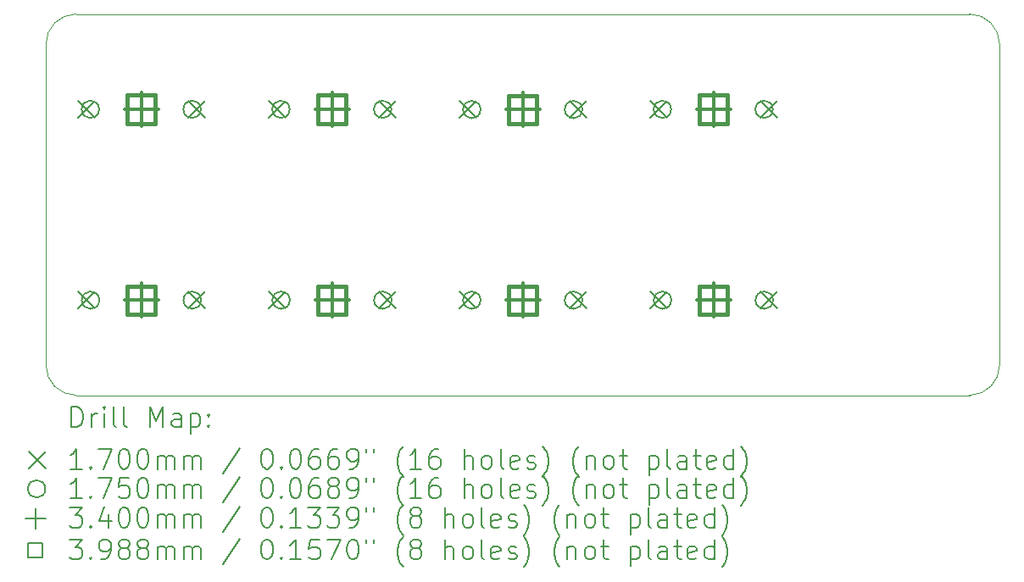
<source format=gbr>
%TF.GenerationSoftware,KiCad,Pcbnew,7.0.7*%
%TF.CreationDate,2023-09-02T22:33:10+10:00*%
%TF.ProjectId,artsey,61727473-6579-42e6-9b69-6361645f7063,rev?*%
%TF.SameCoordinates,Original*%
%TF.FileFunction,Drillmap*%
%TF.FilePolarity,Positive*%
%FSLAX45Y45*%
G04 Gerber Fmt 4.5, Leading zero omitted, Abs format (unit mm)*
G04 Created by KiCad (PCBNEW 7.0.7) date 2023-09-02 22:33:10*
%MOMM*%
%LPD*%
G01*
G04 APERTURE LIST*
%ADD10C,0.100000*%
%ADD11C,0.200000*%
%ADD12C,0.170000*%
%ADD13C,0.175000*%
%ADD14C,0.340000*%
%ADD15C,0.398780*%
G04 APERTURE END LIST*
D10*
X2800310Y-2500310D02*
G75*
G03*
X2500310Y-2800310I0J-300000D01*
G01*
X12025300Y-2800310D02*
G75*
G03*
X11725302Y-2500310I-300000J0D01*
G01*
X2500313Y-6010307D02*
G75*
G03*
X2800310Y-6310307I299997J-3D01*
G01*
X11725302Y-6310307D02*
X2800310Y-6310307D01*
X11725302Y-6310312D02*
G75*
G03*
X12025302Y-6010307I-2J300002D01*
G01*
X12025302Y-2800310D02*
X12025302Y-6010307D01*
X2800310Y-2500310D02*
X11725302Y-2500310D01*
X2500310Y-6010307D02*
X2500310Y-2800310D01*
D11*
D12*
X2817500Y-3367500D02*
X2987500Y-3537500D01*
X2987500Y-3367500D02*
X2817500Y-3537500D01*
X2817500Y-5272500D02*
X2987500Y-5442500D01*
X2987500Y-5272500D02*
X2817500Y-5442500D01*
X3917500Y-3367500D02*
X4087500Y-3537500D01*
X4087500Y-3367500D02*
X3917500Y-3537500D01*
X3917500Y-5272500D02*
X4087500Y-5442500D01*
X4087500Y-5272500D02*
X3917500Y-5442500D01*
X4722500Y-3367500D02*
X4892500Y-3537500D01*
X4892500Y-3367500D02*
X4722500Y-3537500D01*
X4722500Y-5272500D02*
X4892500Y-5442500D01*
X4892500Y-5272500D02*
X4722500Y-5442500D01*
X5822500Y-3367500D02*
X5992500Y-3537500D01*
X5992500Y-3367500D02*
X5822500Y-3537500D01*
X5822500Y-5272500D02*
X5992500Y-5442500D01*
X5992500Y-5272500D02*
X5822500Y-5442500D01*
X6627500Y-3367500D02*
X6797500Y-3537500D01*
X6797500Y-3367500D02*
X6627500Y-3537500D01*
X6627500Y-5272500D02*
X6797500Y-5442500D01*
X6797500Y-5272500D02*
X6627500Y-5442500D01*
X7727500Y-3367500D02*
X7897500Y-3537500D01*
X7897500Y-3367500D02*
X7727500Y-3537500D01*
X7727500Y-5272500D02*
X7897500Y-5442500D01*
X7897500Y-5272500D02*
X7727500Y-5442500D01*
X8532500Y-3367500D02*
X8702500Y-3537500D01*
X8702500Y-3367500D02*
X8532500Y-3537500D01*
X8532500Y-5272500D02*
X8702500Y-5442500D01*
X8702500Y-5272500D02*
X8532500Y-5442500D01*
X9632500Y-3367500D02*
X9802500Y-3537500D01*
X9802500Y-3367500D02*
X9632500Y-3537500D01*
X9632500Y-5272500D02*
X9802500Y-5442500D01*
X9802500Y-5272500D02*
X9632500Y-5442500D01*
D13*
X3032000Y-3452500D02*
G75*
G03*
X3032000Y-3452500I-87500J0D01*
G01*
X3033302Y-5359793D02*
G75*
G03*
X3033302Y-5359793I-87500J0D01*
G01*
X4048000Y-3452500D02*
G75*
G03*
X4048000Y-3452500I-87500J0D01*
G01*
X4049302Y-5359793D02*
G75*
G03*
X4049302Y-5359793I-87500J0D01*
G01*
X4935323Y-3452810D02*
G75*
G03*
X4935323Y-3452810I-87500J0D01*
G01*
X4936316Y-5359793D02*
G75*
G03*
X4936316Y-5359793I-87500J0D01*
G01*
X5951323Y-3452810D02*
G75*
G03*
X5951323Y-3452810I-87500J0D01*
G01*
X5952316Y-5359793D02*
G75*
G03*
X5952316Y-5359793I-87500J0D01*
G01*
X6841314Y-3454794D02*
G75*
G03*
X6841314Y-3454794I-87500J0D01*
G01*
X6841314Y-5359793D02*
G75*
G03*
X6841314Y-5359793I-87500J0D01*
G01*
X7857314Y-3454794D02*
G75*
G03*
X7857314Y-3454794I-87500J0D01*
G01*
X7857314Y-5359793D02*
G75*
G03*
X7857314Y-5359793I-87500J0D01*
G01*
X8745320Y-3452810D02*
G75*
G03*
X8745320Y-3452810I-87500J0D01*
G01*
X8746312Y-5359793D02*
G75*
G03*
X8746312Y-5359793I-87500J0D01*
G01*
X9761320Y-3452810D02*
G75*
G03*
X9761320Y-3452810I-87500J0D01*
G01*
X9762312Y-5359793D02*
G75*
G03*
X9762312Y-5359793I-87500J0D01*
G01*
D14*
X3452500Y-3282500D02*
X3452500Y-3622500D01*
X3282500Y-3452500D02*
X3622500Y-3452500D01*
X3452500Y-5187500D02*
X3452500Y-5527500D01*
X3282500Y-5357500D02*
X3622500Y-5357500D01*
X5357500Y-3282500D02*
X5357500Y-3622500D01*
X5187500Y-3452500D02*
X5527500Y-3452500D01*
X5357500Y-5187500D02*
X5357500Y-5527500D01*
X5187500Y-5357500D02*
X5527500Y-5357500D01*
X7262500Y-3282500D02*
X7262500Y-3622500D01*
X7092500Y-3452500D02*
X7432500Y-3452500D01*
X7262500Y-5187500D02*
X7262500Y-5527500D01*
X7092500Y-5357500D02*
X7432500Y-5357500D01*
X9167500Y-3282500D02*
X9167500Y-3622500D01*
X8997500Y-3452500D02*
X9337500Y-3452500D01*
X9167500Y-5187500D02*
X9167500Y-5527500D01*
X8997500Y-5357500D02*
X9337500Y-5357500D01*
D15*
X3593491Y-3593491D02*
X3593491Y-3311509D01*
X3311509Y-3311509D01*
X3311509Y-3593491D01*
X3593491Y-3593491D01*
X3594793Y-5500784D02*
X3594793Y-5218801D01*
X3312811Y-5218801D01*
X3312811Y-5500784D01*
X3594793Y-5500784D01*
X5496815Y-3593801D02*
X5496815Y-3311818D01*
X5214832Y-3311818D01*
X5214832Y-3593801D01*
X5496815Y-3593801D01*
X5497807Y-5500784D02*
X5497807Y-5218801D01*
X5215824Y-5218801D01*
X5215824Y-5500784D01*
X5497807Y-5500784D01*
X7402805Y-3595786D02*
X7402805Y-3313803D01*
X7120823Y-3313803D01*
X7120823Y-3595786D01*
X7402805Y-3595786D01*
X7402805Y-5500784D02*
X7402805Y-5218801D01*
X7120823Y-5218801D01*
X7120823Y-5500784D01*
X7402805Y-5500784D01*
X9306811Y-3593801D02*
X9306811Y-3311818D01*
X9024829Y-3311818D01*
X9024829Y-3593801D01*
X9306811Y-3593801D01*
X9307804Y-5500784D02*
X9307804Y-5218801D01*
X9025821Y-5218801D01*
X9025821Y-5500784D01*
X9307804Y-5500784D01*
D11*
X2756087Y-6626791D02*
X2756087Y-6426791D01*
X2756087Y-6426791D02*
X2803706Y-6426791D01*
X2803706Y-6426791D02*
X2832278Y-6436315D01*
X2832278Y-6436315D02*
X2851325Y-6455362D01*
X2851325Y-6455362D02*
X2860849Y-6474410D01*
X2860849Y-6474410D02*
X2870373Y-6512505D01*
X2870373Y-6512505D02*
X2870373Y-6541077D01*
X2870373Y-6541077D02*
X2860849Y-6579172D01*
X2860849Y-6579172D02*
X2851325Y-6598219D01*
X2851325Y-6598219D02*
X2832278Y-6617267D01*
X2832278Y-6617267D02*
X2803706Y-6626791D01*
X2803706Y-6626791D02*
X2756087Y-6626791D01*
X2956087Y-6626791D02*
X2956087Y-6493458D01*
X2956087Y-6531553D02*
X2965611Y-6512505D01*
X2965611Y-6512505D02*
X2975135Y-6502981D01*
X2975135Y-6502981D02*
X2994182Y-6493458D01*
X2994182Y-6493458D02*
X3013230Y-6493458D01*
X3079897Y-6626791D02*
X3079897Y-6493458D01*
X3079897Y-6426791D02*
X3070373Y-6436315D01*
X3070373Y-6436315D02*
X3079897Y-6445839D01*
X3079897Y-6445839D02*
X3089420Y-6436315D01*
X3089420Y-6436315D02*
X3079897Y-6426791D01*
X3079897Y-6426791D02*
X3079897Y-6445839D01*
X3203706Y-6626791D02*
X3184659Y-6617267D01*
X3184659Y-6617267D02*
X3175135Y-6598219D01*
X3175135Y-6598219D02*
X3175135Y-6426791D01*
X3308468Y-6626791D02*
X3289420Y-6617267D01*
X3289420Y-6617267D02*
X3279897Y-6598219D01*
X3279897Y-6598219D02*
X3279897Y-6426791D01*
X3537040Y-6626791D02*
X3537040Y-6426791D01*
X3537040Y-6426791D02*
X3603706Y-6569648D01*
X3603706Y-6569648D02*
X3670373Y-6426791D01*
X3670373Y-6426791D02*
X3670373Y-6626791D01*
X3851325Y-6626791D02*
X3851325Y-6522029D01*
X3851325Y-6522029D02*
X3841801Y-6502981D01*
X3841801Y-6502981D02*
X3822754Y-6493458D01*
X3822754Y-6493458D02*
X3784659Y-6493458D01*
X3784659Y-6493458D02*
X3765611Y-6502981D01*
X3851325Y-6617267D02*
X3832278Y-6626791D01*
X3832278Y-6626791D02*
X3784659Y-6626791D01*
X3784659Y-6626791D02*
X3765611Y-6617267D01*
X3765611Y-6617267D02*
X3756087Y-6598219D01*
X3756087Y-6598219D02*
X3756087Y-6579172D01*
X3756087Y-6579172D02*
X3765611Y-6560124D01*
X3765611Y-6560124D02*
X3784659Y-6550600D01*
X3784659Y-6550600D02*
X3832278Y-6550600D01*
X3832278Y-6550600D02*
X3851325Y-6541077D01*
X3946563Y-6493458D02*
X3946563Y-6693458D01*
X3946563Y-6502981D02*
X3965611Y-6493458D01*
X3965611Y-6493458D02*
X4003706Y-6493458D01*
X4003706Y-6493458D02*
X4022754Y-6502981D01*
X4022754Y-6502981D02*
X4032278Y-6512505D01*
X4032278Y-6512505D02*
X4041801Y-6531553D01*
X4041801Y-6531553D02*
X4041801Y-6588696D01*
X4041801Y-6588696D02*
X4032278Y-6607743D01*
X4032278Y-6607743D02*
X4022754Y-6617267D01*
X4022754Y-6617267D02*
X4003706Y-6626791D01*
X4003706Y-6626791D02*
X3965611Y-6626791D01*
X3965611Y-6626791D02*
X3946563Y-6617267D01*
X4127516Y-6607743D02*
X4137040Y-6617267D01*
X4137040Y-6617267D02*
X4127516Y-6626791D01*
X4127516Y-6626791D02*
X4117992Y-6617267D01*
X4117992Y-6617267D02*
X4127516Y-6607743D01*
X4127516Y-6607743D02*
X4127516Y-6626791D01*
X4127516Y-6502981D02*
X4137040Y-6512505D01*
X4137040Y-6512505D02*
X4127516Y-6522029D01*
X4127516Y-6522029D02*
X4117992Y-6512505D01*
X4117992Y-6512505D02*
X4127516Y-6502981D01*
X4127516Y-6502981D02*
X4127516Y-6522029D01*
D12*
X2325310Y-6870307D02*
X2495310Y-7040307D01*
X2495310Y-6870307D02*
X2325310Y-7040307D01*
D11*
X2860849Y-7046791D02*
X2746563Y-7046791D01*
X2803706Y-7046791D02*
X2803706Y-6846791D01*
X2803706Y-6846791D02*
X2784659Y-6875362D01*
X2784659Y-6875362D02*
X2765611Y-6894410D01*
X2765611Y-6894410D02*
X2746563Y-6903934D01*
X2946563Y-7027743D02*
X2956087Y-7037267D01*
X2956087Y-7037267D02*
X2946563Y-7046791D01*
X2946563Y-7046791D02*
X2937040Y-7037267D01*
X2937040Y-7037267D02*
X2946563Y-7027743D01*
X2946563Y-7027743D02*
X2946563Y-7046791D01*
X3022754Y-6846791D02*
X3156087Y-6846791D01*
X3156087Y-6846791D02*
X3070373Y-7046791D01*
X3270373Y-6846791D02*
X3289421Y-6846791D01*
X3289421Y-6846791D02*
X3308468Y-6856315D01*
X3308468Y-6856315D02*
X3317992Y-6865839D01*
X3317992Y-6865839D02*
X3327516Y-6884886D01*
X3327516Y-6884886D02*
X3337040Y-6922981D01*
X3337040Y-6922981D02*
X3337040Y-6970600D01*
X3337040Y-6970600D02*
X3327516Y-7008696D01*
X3327516Y-7008696D02*
X3317992Y-7027743D01*
X3317992Y-7027743D02*
X3308468Y-7037267D01*
X3308468Y-7037267D02*
X3289421Y-7046791D01*
X3289421Y-7046791D02*
X3270373Y-7046791D01*
X3270373Y-7046791D02*
X3251325Y-7037267D01*
X3251325Y-7037267D02*
X3241801Y-7027743D01*
X3241801Y-7027743D02*
X3232278Y-7008696D01*
X3232278Y-7008696D02*
X3222754Y-6970600D01*
X3222754Y-6970600D02*
X3222754Y-6922981D01*
X3222754Y-6922981D02*
X3232278Y-6884886D01*
X3232278Y-6884886D02*
X3241801Y-6865839D01*
X3241801Y-6865839D02*
X3251325Y-6856315D01*
X3251325Y-6856315D02*
X3270373Y-6846791D01*
X3460849Y-6846791D02*
X3479897Y-6846791D01*
X3479897Y-6846791D02*
X3498944Y-6856315D01*
X3498944Y-6856315D02*
X3508468Y-6865839D01*
X3508468Y-6865839D02*
X3517992Y-6884886D01*
X3517992Y-6884886D02*
X3527516Y-6922981D01*
X3527516Y-6922981D02*
X3527516Y-6970600D01*
X3527516Y-6970600D02*
X3517992Y-7008696D01*
X3517992Y-7008696D02*
X3508468Y-7027743D01*
X3508468Y-7027743D02*
X3498944Y-7037267D01*
X3498944Y-7037267D02*
X3479897Y-7046791D01*
X3479897Y-7046791D02*
X3460849Y-7046791D01*
X3460849Y-7046791D02*
X3441801Y-7037267D01*
X3441801Y-7037267D02*
X3432278Y-7027743D01*
X3432278Y-7027743D02*
X3422754Y-7008696D01*
X3422754Y-7008696D02*
X3413230Y-6970600D01*
X3413230Y-6970600D02*
X3413230Y-6922981D01*
X3413230Y-6922981D02*
X3422754Y-6884886D01*
X3422754Y-6884886D02*
X3432278Y-6865839D01*
X3432278Y-6865839D02*
X3441801Y-6856315D01*
X3441801Y-6856315D02*
X3460849Y-6846791D01*
X3613230Y-7046791D02*
X3613230Y-6913458D01*
X3613230Y-6932505D02*
X3622754Y-6922981D01*
X3622754Y-6922981D02*
X3641801Y-6913458D01*
X3641801Y-6913458D02*
X3670373Y-6913458D01*
X3670373Y-6913458D02*
X3689421Y-6922981D01*
X3689421Y-6922981D02*
X3698944Y-6942029D01*
X3698944Y-6942029D02*
X3698944Y-7046791D01*
X3698944Y-6942029D02*
X3708468Y-6922981D01*
X3708468Y-6922981D02*
X3727516Y-6913458D01*
X3727516Y-6913458D02*
X3756087Y-6913458D01*
X3756087Y-6913458D02*
X3775135Y-6922981D01*
X3775135Y-6922981D02*
X3784659Y-6942029D01*
X3784659Y-6942029D02*
X3784659Y-7046791D01*
X3879897Y-7046791D02*
X3879897Y-6913458D01*
X3879897Y-6932505D02*
X3889421Y-6922981D01*
X3889421Y-6922981D02*
X3908468Y-6913458D01*
X3908468Y-6913458D02*
X3937040Y-6913458D01*
X3937040Y-6913458D02*
X3956087Y-6922981D01*
X3956087Y-6922981D02*
X3965611Y-6942029D01*
X3965611Y-6942029D02*
X3965611Y-7046791D01*
X3965611Y-6942029D02*
X3975135Y-6922981D01*
X3975135Y-6922981D02*
X3994182Y-6913458D01*
X3994182Y-6913458D02*
X4022754Y-6913458D01*
X4022754Y-6913458D02*
X4041802Y-6922981D01*
X4041802Y-6922981D02*
X4051325Y-6942029D01*
X4051325Y-6942029D02*
X4051325Y-7046791D01*
X4441802Y-6837267D02*
X4270373Y-7094410D01*
X4698945Y-6846791D02*
X4717992Y-6846791D01*
X4717992Y-6846791D02*
X4737040Y-6856315D01*
X4737040Y-6856315D02*
X4746564Y-6865839D01*
X4746564Y-6865839D02*
X4756087Y-6884886D01*
X4756087Y-6884886D02*
X4765611Y-6922981D01*
X4765611Y-6922981D02*
X4765611Y-6970600D01*
X4765611Y-6970600D02*
X4756087Y-7008696D01*
X4756087Y-7008696D02*
X4746564Y-7027743D01*
X4746564Y-7027743D02*
X4737040Y-7037267D01*
X4737040Y-7037267D02*
X4717992Y-7046791D01*
X4717992Y-7046791D02*
X4698945Y-7046791D01*
X4698945Y-7046791D02*
X4679897Y-7037267D01*
X4679897Y-7037267D02*
X4670373Y-7027743D01*
X4670373Y-7027743D02*
X4660849Y-7008696D01*
X4660849Y-7008696D02*
X4651326Y-6970600D01*
X4651326Y-6970600D02*
X4651326Y-6922981D01*
X4651326Y-6922981D02*
X4660849Y-6884886D01*
X4660849Y-6884886D02*
X4670373Y-6865839D01*
X4670373Y-6865839D02*
X4679897Y-6856315D01*
X4679897Y-6856315D02*
X4698945Y-6846791D01*
X4851326Y-7027743D02*
X4860849Y-7037267D01*
X4860849Y-7037267D02*
X4851326Y-7046791D01*
X4851326Y-7046791D02*
X4841802Y-7037267D01*
X4841802Y-7037267D02*
X4851326Y-7027743D01*
X4851326Y-7027743D02*
X4851326Y-7046791D01*
X4984659Y-6846791D02*
X5003707Y-6846791D01*
X5003707Y-6846791D02*
X5022754Y-6856315D01*
X5022754Y-6856315D02*
X5032278Y-6865839D01*
X5032278Y-6865839D02*
X5041802Y-6884886D01*
X5041802Y-6884886D02*
X5051326Y-6922981D01*
X5051326Y-6922981D02*
X5051326Y-6970600D01*
X5051326Y-6970600D02*
X5041802Y-7008696D01*
X5041802Y-7008696D02*
X5032278Y-7027743D01*
X5032278Y-7027743D02*
X5022754Y-7037267D01*
X5022754Y-7037267D02*
X5003707Y-7046791D01*
X5003707Y-7046791D02*
X4984659Y-7046791D01*
X4984659Y-7046791D02*
X4965611Y-7037267D01*
X4965611Y-7037267D02*
X4956087Y-7027743D01*
X4956087Y-7027743D02*
X4946564Y-7008696D01*
X4946564Y-7008696D02*
X4937040Y-6970600D01*
X4937040Y-6970600D02*
X4937040Y-6922981D01*
X4937040Y-6922981D02*
X4946564Y-6884886D01*
X4946564Y-6884886D02*
X4956087Y-6865839D01*
X4956087Y-6865839D02*
X4965611Y-6856315D01*
X4965611Y-6856315D02*
X4984659Y-6846791D01*
X5222754Y-6846791D02*
X5184659Y-6846791D01*
X5184659Y-6846791D02*
X5165611Y-6856315D01*
X5165611Y-6856315D02*
X5156087Y-6865839D01*
X5156087Y-6865839D02*
X5137040Y-6894410D01*
X5137040Y-6894410D02*
X5127516Y-6932505D01*
X5127516Y-6932505D02*
X5127516Y-7008696D01*
X5127516Y-7008696D02*
X5137040Y-7027743D01*
X5137040Y-7027743D02*
X5146564Y-7037267D01*
X5146564Y-7037267D02*
X5165611Y-7046791D01*
X5165611Y-7046791D02*
X5203707Y-7046791D01*
X5203707Y-7046791D02*
X5222754Y-7037267D01*
X5222754Y-7037267D02*
X5232278Y-7027743D01*
X5232278Y-7027743D02*
X5241802Y-7008696D01*
X5241802Y-7008696D02*
X5241802Y-6961077D01*
X5241802Y-6961077D02*
X5232278Y-6942029D01*
X5232278Y-6942029D02*
X5222754Y-6932505D01*
X5222754Y-6932505D02*
X5203707Y-6922981D01*
X5203707Y-6922981D02*
X5165611Y-6922981D01*
X5165611Y-6922981D02*
X5146564Y-6932505D01*
X5146564Y-6932505D02*
X5137040Y-6942029D01*
X5137040Y-6942029D02*
X5127516Y-6961077D01*
X5413230Y-6846791D02*
X5375135Y-6846791D01*
X5375135Y-6846791D02*
X5356087Y-6856315D01*
X5356087Y-6856315D02*
X5346564Y-6865839D01*
X5346564Y-6865839D02*
X5327516Y-6894410D01*
X5327516Y-6894410D02*
X5317992Y-6932505D01*
X5317992Y-6932505D02*
X5317992Y-7008696D01*
X5317992Y-7008696D02*
X5327516Y-7027743D01*
X5327516Y-7027743D02*
X5337040Y-7037267D01*
X5337040Y-7037267D02*
X5356087Y-7046791D01*
X5356087Y-7046791D02*
X5394183Y-7046791D01*
X5394183Y-7046791D02*
X5413230Y-7037267D01*
X5413230Y-7037267D02*
X5422754Y-7027743D01*
X5422754Y-7027743D02*
X5432278Y-7008696D01*
X5432278Y-7008696D02*
X5432278Y-6961077D01*
X5432278Y-6961077D02*
X5422754Y-6942029D01*
X5422754Y-6942029D02*
X5413230Y-6932505D01*
X5413230Y-6932505D02*
X5394183Y-6922981D01*
X5394183Y-6922981D02*
X5356087Y-6922981D01*
X5356087Y-6922981D02*
X5337040Y-6932505D01*
X5337040Y-6932505D02*
X5327516Y-6942029D01*
X5327516Y-6942029D02*
X5317992Y-6961077D01*
X5527516Y-7046791D02*
X5565611Y-7046791D01*
X5565611Y-7046791D02*
X5584659Y-7037267D01*
X5584659Y-7037267D02*
X5594183Y-7027743D01*
X5594183Y-7027743D02*
X5613230Y-6999172D01*
X5613230Y-6999172D02*
X5622754Y-6961077D01*
X5622754Y-6961077D02*
X5622754Y-6884886D01*
X5622754Y-6884886D02*
X5613230Y-6865839D01*
X5613230Y-6865839D02*
X5603706Y-6856315D01*
X5603706Y-6856315D02*
X5584659Y-6846791D01*
X5584659Y-6846791D02*
X5546564Y-6846791D01*
X5546564Y-6846791D02*
X5527516Y-6856315D01*
X5527516Y-6856315D02*
X5517992Y-6865839D01*
X5517992Y-6865839D02*
X5508468Y-6884886D01*
X5508468Y-6884886D02*
X5508468Y-6932505D01*
X5508468Y-6932505D02*
X5517992Y-6951553D01*
X5517992Y-6951553D02*
X5527516Y-6961077D01*
X5527516Y-6961077D02*
X5546564Y-6970600D01*
X5546564Y-6970600D02*
X5584659Y-6970600D01*
X5584659Y-6970600D02*
X5603706Y-6961077D01*
X5603706Y-6961077D02*
X5613230Y-6951553D01*
X5613230Y-6951553D02*
X5622754Y-6932505D01*
X5698945Y-6846791D02*
X5698945Y-6884886D01*
X5775135Y-6846791D02*
X5775135Y-6884886D01*
X6070373Y-7122981D02*
X6060849Y-7113458D01*
X6060849Y-7113458D02*
X6041802Y-7084886D01*
X6041802Y-7084886D02*
X6032278Y-7065839D01*
X6032278Y-7065839D02*
X6022754Y-7037267D01*
X6022754Y-7037267D02*
X6013230Y-6989648D01*
X6013230Y-6989648D02*
X6013230Y-6951553D01*
X6013230Y-6951553D02*
X6022754Y-6903934D01*
X6022754Y-6903934D02*
X6032278Y-6875362D01*
X6032278Y-6875362D02*
X6041802Y-6856315D01*
X6041802Y-6856315D02*
X6060849Y-6827743D01*
X6060849Y-6827743D02*
X6070373Y-6818219D01*
X6251326Y-7046791D02*
X6137040Y-7046791D01*
X6194183Y-7046791D02*
X6194183Y-6846791D01*
X6194183Y-6846791D02*
X6175135Y-6875362D01*
X6175135Y-6875362D02*
X6156087Y-6894410D01*
X6156087Y-6894410D02*
X6137040Y-6903934D01*
X6422754Y-6846791D02*
X6384659Y-6846791D01*
X6384659Y-6846791D02*
X6365611Y-6856315D01*
X6365611Y-6856315D02*
X6356087Y-6865839D01*
X6356087Y-6865839D02*
X6337040Y-6894410D01*
X6337040Y-6894410D02*
X6327516Y-6932505D01*
X6327516Y-6932505D02*
X6327516Y-7008696D01*
X6327516Y-7008696D02*
X6337040Y-7027743D01*
X6337040Y-7027743D02*
X6346564Y-7037267D01*
X6346564Y-7037267D02*
X6365611Y-7046791D01*
X6365611Y-7046791D02*
X6403707Y-7046791D01*
X6403707Y-7046791D02*
X6422754Y-7037267D01*
X6422754Y-7037267D02*
X6432278Y-7027743D01*
X6432278Y-7027743D02*
X6441802Y-7008696D01*
X6441802Y-7008696D02*
X6441802Y-6961077D01*
X6441802Y-6961077D02*
X6432278Y-6942029D01*
X6432278Y-6942029D02*
X6422754Y-6932505D01*
X6422754Y-6932505D02*
X6403707Y-6922981D01*
X6403707Y-6922981D02*
X6365611Y-6922981D01*
X6365611Y-6922981D02*
X6346564Y-6932505D01*
X6346564Y-6932505D02*
X6337040Y-6942029D01*
X6337040Y-6942029D02*
X6327516Y-6961077D01*
X6679897Y-7046791D02*
X6679897Y-6846791D01*
X6765611Y-7046791D02*
X6765611Y-6942029D01*
X6765611Y-6942029D02*
X6756088Y-6922981D01*
X6756088Y-6922981D02*
X6737040Y-6913458D01*
X6737040Y-6913458D02*
X6708468Y-6913458D01*
X6708468Y-6913458D02*
X6689421Y-6922981D01*
X6689421Y-6922981D02*
X6679897Y-6932505D01*
X6889421Y-7046791D02*
X6870373Y-7037267D01*
X6870373Y-7037267D02*
X6860849Y-7027743D01*
X6860849Y-7027743D02*
X6851326Y-7008696D01*
X6851326Y-7008696D02*
X6851326Y-6951553D01*
X6851326Y-6951553D02*
X6860849Y-6932505D01*
X6860849Y-6932505D02*
X6870373Y-6922981D01*
X6870373Y-6922981D02*
X6889421Y-6913458D01*
X6889421Y-6913458D02*
X6917992Y-6913458D01*
X6917992Y-6913458D02*
X6937040Y-6922981D01*
X6937040Y-6922981D02*
X6946564Y-6932505D01*
X6946564Y-6932505D02*
X6956088Y-6951553D01*
X6956088Y-6951553D02*
X6956088Y-7008696D01*
X6956088Y-7008696D02*
X6946564Y-7027743D01*
X6946564Y-7027743D02*
X6937040Y-7037267D01*
X6937040Y-7037267D02*
X6917992Y-7046791D01*
X6917992Y-7046791D02*
X6889421Y-7046791D01*
X7070373Y-7046791D02*
X7051326Y-7037267D01*
X7051326Y-7037267D02*
X7041802Y-7018219D01*
X7041802Y-7018219D02*
X7041802Y-6846791D01*
X7222754Y-7037267D02*
X7203707Y-7046791D01*
X7203707Y-7046791D02*
X7165611Y-7046791D01*
X7165611Y-7046791D02*
X7146564Y-7037267D01*
X7146564Y-7037267D02*
X7137040Y-7018219D01*
X7137040Y-7018219D02*
X7137040Y-6942029D01*
X7137040Y-6942029D02*
X7146564Y-6922981D01*
X7146564Y-6922981D02*
X7165611Y-6913458D01*
X7165611Y-6913458D02*
X7203707Y-6913458D01*
X7203707Y-6913458D02*
X7222754Y-6922981D01*
X7222754Y-6922981D02*
X7232278Y-6942029D01*
X7232278Y-6942029D02*
X7232278Y-6961077D01*
X7232278Y-6961077D02*
X7137040Y-6980124D01*
X7308469Y-7037267D02*
X7327516Y-7046791D01*
X7327516Y-7046791D02*
X7365611Y-7046791D01*
X7365611Y-7046791D02*
X7384659Y-7037267D01*
X7384659Y-7037267D02*
X7394183Y-7018219D01*
X7394183Y-7018219D02*
X7394183Y-7008696D01*
X7394183Y-7008696D02*
X7384659Y-6989648D01*
X7384659Y-6989648D02*
X7365611Y-6980124D01*
X7365611Y-6980124D02*
X7337040Y-6980124D01*
X7337040Y-6980124D02*
X7317992Y-6970600D01*
X7317992Y-6970600D02*
X7308469Y-6951553D01*
X7308469Y-6951553D02*
X7308469Y-6942029D01*
X7308469Y-6942029D02*
X7317992Y-6922981D01*
X7317992Y-6922981D02*
X7337040Y-6913458D01*
X7337040Y-6913458D02*
X7365611Y-6913458D01*
X7365611Y-6913458D02*
X7384659Y-6922981D01*
X7460850Y-7122981D02*
X7470373Y-7113458D01*
X7470373Y-7113458D02*
X7489421Y-7084886D01*
X7489421Y-7084886D02*
X7498945Y-7065839D01*
X7498945Y-7065839D02*
X7508469Y-7037267D01*
X7508469Y-7037267D02*
X7517992Y-6989648D01*
X7517992Y-6989648D02*
X7517992Y-6951553D01*
X7517992Y-6951553D02*
X7508469Y-6903934D01*
X7508469Y-6903934D02*
X7498945Y-6875362D01*
X7498945Y-6875362D02*
X7489421Y-6856315D01*
X7489421Y-6856315D02*
X7470373Y-6827743D01*
X7470373Y-6827743D02*
X7460850Y-6818219D01*
X7822754Y-7122981D02*
X7813230Y-7113458D01*
X7813230Y-7113458D02*
X7794183Y-7084886D01*
X7794183Y-7084886D02*
X7784659Y-7065839D01*
X7784659Y-7065839D02*
X7775135Y-7037267D01*
X7775135Y-7037267D02*
X7765611Y-6989648D01*
X7765611Y-6989648D02*
X7765611Y-6951553D01*
X7765611Y-6951553D02*
X7775135Y-6903934D01*
X7775135Y-6903934D02*
X7784659Y-6875362D01*
X7784659Y-6875362D02*
X7794183Y-6856315D01*
X7794183Y-6856315D02*
X7813230Y-6827743D01*
X7813230Y-6827743D02*
X7822754Y-6818219D01*
X7898945Y-6913458D02*
X7898945Y-7046791D01*
X7898945Y-6932505D02*
X7908469Y-6922981D01*
X7908469Y-6922981D02*
X7927516Y-6913458D01*
X7927516Y-6913458D02*
X7956088Y-6913458D01*
X7956088Y-6913458D02*
X7975135Y-6922981D01*
X7975135Y-6922981D02*
X7984659Y-6942029D01*
X7984659Y-6942029D02*
X7984659Y-7046791D01*
X8108469Y-7046791D02*
X8089421Y-7037267D01*
X8089421Y-7037267D02*
X8079897Y-7027743D01*
X8079897Y-7027743D02*
X8070373Y-7008696D01*
X8070373Y-7008696D02*
X8070373Y-6951553D01*
X8070373Y-6951553D02*
X8079897Y-6932505D01*
X8079897Y-6932505D02*
X8089421Y-6922981D01*
X8089421Y-6922981D02*
X8108469Y-6913458D01*
X8108469Y-6913458D02*
X8137040Y-6913458D01*
X8137040Y-6913458D02*
X8156088Y-6922981D01*
X8156088Y-6922981D02*
X8165611Y-6932505D01*
X8165611Y-6932505D02*
X8175135Y-6951553D01*
X8175135Y-6951553D02*
X8175135Y-7008696D01*
X8175135Y-7008696D02*
X8165611Y-7027743D01*
X8165611Y-7027743D02*
X8156088Y-7037267D01*
X8156088Y-7037267D02*
X8137040Y-7046791D01*
X8137040Y-7046791D02*
X8108469Y-7046791D01*
X8232278Y-6913458D02*
X8308469Y-6913458D01*
X8260850Y-6846791D02*
X8260850Y-7018219D01*
X8260850Y-7018219D02*
X8270373Y-7037267D01*
X8270373Y-7037267D02*
X8289421Y-7046791D01*
X8289421Y-7046791D02*
X8308469Y-7046791D01*
X8527516Y-6913458D02*
X8527516Y-7113458D01*
X8527516Y-6922981D02*
X8546564Y-6913458D01*
X8546564Y-6913458D02*
X8584659Y-6913458D01*
X8584659Y-6913458D02*
X8603707Y-6922981D01*
X8603707Y-6922981D02*
X8613231Y-6932505D01*
X8613231Y-6932505D02*
X8622754Y-6951553D01*
X8622754Y-6951553D02*
X8622754Y-7008696D01*
X8622754Y-7008696D02*
X8613231Y-7027743D01*
X8613231Y-7027743D02*
X8603707Y-7037267D01*
X8603707Y-7037267D02*
X8584659Y-7046791D01*
X8584659Y-7046791D02*
X8546564Y-7046791D01*
X8546564Y-7046791D02*
X8527516Y-7037267D01*
X8737040Y-7046791D02*
X8717993Y-7037267D01*
X8717993Y-7037267D02*
X8708469Y-7018219D01*
X8708469Y-7018219D02*
X8708469Y-6846791D01*
X8898945Y-7046791D02*
X8898945Y-6942029D01*
X8898945Y-6942029D02*
X8889421Y-6922981D01*
X8889421Y-6922981D02*
X8870374Y-6913458D01*
X8870374Y-6913458D02*
X8832278Y-6913458D01*
X8832278Y-6913458D02*
X8813231Y-6922981D01*
X8898945Y-7037267D02*
X8879897Y-7046791D01*
X8879897Y-7046791D02*
X8832278Y-7046791D01*
X8832278Y-7046791D02*
X8813231Y-7037267D01*
X8813231Y-7037267D02*
X8803707Y-7018219D01*
X8803707Y-7018219D02*
X8803707Y-6999172D01*
X8803707Y-6999172D02*
X8813231Y-6980124D01*
X8813231Y-6980124D02*
X8832278Y-6970600D01*
X8832278Y-6970600D02*
X8879897Y-6970600D01*
X8879897Y-6970600D02*
X8898945Y-6961077D01*
X8965612Y-6913458D02*
X9041802Y-6913458D01*
X8994183Y-6846791D02*
X8994183Y-7018219D01*
X8994183Y-7018219D02*
X9003707Y-7037267D01*
X9003707Y-7037267D02*
X9022754Y-7046791D01*
X9022754Y-7046791D02*
X9041802Y-7046791D01*
X9184659Y-7037267D02*
X9165612Y-7046791D01*
X9165612Y-7046791D02*
X9127516Y-7046791D01*
X9127516Y-7046791D02*
X9108469Y-7037267D01*
X9108469Y-7037267D02*
X9098945Y-7018219D01*
X9098945Y-7018219D02*
X9098945Y-6942029D01*
X9098945Y-6942029D02*
X9108469Y-6922981D01*
X9108469Y-6922981D02*
X9127516Y-6913458D01*
X9127516Y-6913458D02*
X9165612Y-6913458D01*
X9165612Y-6913458D02*
X9184659Y-6922981D01*
X9184659Y-6922981D02*
X9194183Y-6942029D01*
X9194183Y-6942029D02*
X9194183Y-6961077D01*
X9194183Y-6961077D02*
X9098945Y-6980124D01*
X9365612Y-7046791D02*
X9365612Y-6846791D01*
X9365612Y-7037267D02*
X9346564Y-7046791D01*
X9346564Y-7046791D02*
X9308469Y-7046791D01*
X9308469Y-7046791D02*
X9289421Y-7037267D01*
X9289421Y-7037267D02*
X9279897Y-7027743D01*
X9279897Y-7027743D02*
X9270374Y-7008696D01*
X9270374Y-7008696D02*
X9270374Y-6951553D01*
X9270374Y-6951553D02*
X9279897Y-6932505D01*
X9279897Y-6932505D02*
X9289421Y-6922981D01*
X9289421Y-6922981D02*
X9308469Y-6913458D01*
X9308469Y-6913458D02*
X9346564Y-6913458D01*
X9346564Y-6913458D02*
X9365612Y-6922981D01*
X9441802Y-7122981D02*
X9451326Y-7113458D01*
X9451326Y-7113458D02*
X9470374Y-7084886D01*
X9470374Y-7084886D02*
X9479897Y-7065839D01*
X9479897Y-7065839D02*
X9489421Y-7037267D01*
X9489421Y-7037267D02*
X9498945Y-6989648D01*
X9498945Y-6989648D02*
X9498945Y-6951553D01*
X9498945Y-6951553D02*
X9489421Y-6903934D01*
X9489421Y-6903934D02*
X9479897Y-6875362D01*
X9479897Y-6875362D02*
X9470374Y-6856315D01*
X9470374Y-6856315D02*
X9451326Y-6827743D01*
X9451326Y-6827743D02*
X9441802Y-6818219D01*
D13*
X2495310Y-7245307D02*
G75*
G03*
X2495310Y-7245307I-87500J0D01*
G01*
D11*
X2860849Y-7336791D02*
X2746563Y-7336791D01*
X2803706Y-7336791D02*
X2803706Y-7136791D01*
X2803706Y-7136791D02*
X2784659Y-7165362D01*
X2784659Y-7165362D02*
X2765611Y-7184410D01*
X2765611Y-7184410D02*
X2746563Y-7193934D01*
X2946563Y-7317743D02*
X2956087Y-7327267D01*
X2956087Y-7327267D02*
X2946563Y-7336791D01*
X2946563Y-7336791D02*
X2937040Y-7327267D01*
X2937040Y-7327267D02*
X2946563Y-7317743D01*
X2946563Y-7317743D02*
X2946563Y-7336791D01*
X3022754Y-7136791D02*
X3156087Y-7136791D01*
X3156087Y-7136791D02*
X3070373Y-7336791D01*
X3327516Y-7136791D02*
X3232278Y-7136791D01*
X3232278Y-7136791D02*
X3222754Y-7232029D01*
X3222754Y-7232029D02*
X3232278Y-7222505D01*
X3232278Y-7222505D02*
X3251325Y-7212981D01*
X3251325Y-7212981D02*
X3298944Y-7212981D01*
X3298944Y-7212981D02*
X3317992Y-7222505D01*
X3317992Y-7222505D02*
X3327516Y-7232029D01*
X3327516Y-7232029D02*
X3337040Y-7251077D01*
X3337040Y-7251077D02*
X3337040Y-7298696D01*
X3337040Y-7298696D02*
X3327516Y-7317743D01*
X3327516Y-7317743D02*
X3317992Y-7327267D01*
X3317992Y-7327267D02*
X3298944Y-7336791D01*
X3298944Y-7336791D02*
X3251325Y-7336791D01*
X3251325Y-7336791D02*
X3232278Y-7327267D01*
X3232278Y-7327267D02*
X3222754Y-7317743D01*
X3460849Y-7136791D02*
X3479897Y-7136791D01*
X3479897Y-7136791D02*
X3498944Y-7146315D01*
X3498944Y-7146315D02*
X3508468Y-7155839D01*
X3508468Y-7155839D02*
X3517992Y-7174886D01*
X3517992Y-7174886D02*
X3527516Y-7212981D01*
X3527516Y-7212981D02*
X3527516Y-7260600D01*
X3527516Y-7260600D02*
X3517992Y-7298696D01*
X3517992Y-7298696D02*
X3508468Y-7317743D01*
X3508468Y-7317743D02*
X3498944Y-7327267D01*
X3498944Y-7327267D02*
X3479897Y-7336791D01*
X3479897Y-7336791D02*
X3460849Y-7336791D01*
X3460849Y-7336791D02*
X3441801Y-7327267D01*
X3441801Y-7327267D02*
X3432278Y-7317743D01*
X3432278Y-7317743D02*
X3422754Y-7298696D01*
X3422754Y-7298696D02*
X3413230Y-7260600D01*
X3413230Y-7260600D02*
X3413230Y-7212981D01*
X3413230Y-7212981D02*
X3422754Y-7174886D01*
X3422754Y-7174886D02*
X3432278Y-7155839D01*
X3432278Y-7155839D02*
X3441801Y-7146315D01*
X3441801Y-7146315D02*
X3460849Y-7136791D01*
X3613230Y-7336791D02*
X3613230Y-7203458D01*
X3613230Y-7222505D02*
X3622754Y-7212981D01*
X3622754Y-7212981D02*
X3641801Y-7203458D01*
X3641801Y-7203458D02*
X3670373Y-7203458D01*
X3670373Y-7203458D02*
X3689421Y-7212981D01*
X3689421Y-7212981D02*
X3698944Y-7232029D01*
X3698944Y-7232029D02*
X3698944Y-7336791D01*
X3698944Y-7232029D02*
X3708468Y-7212981D01*
X3708468Y-7212981D02*
X3727516Y-7203458D01*
X3727516Y-7203458D02*
X3756087Y-7203458D01*
X3756087Y-7203458D02*
X3775135Y-7212981D01*
X3775135Y-7212981D02*
X3784659Y-7232029D01*
X3784659Y-7232029D02*
X3784659Y-7336791D01*
X3879897Y-7336791D02*
X3879897Y-7203458D01*
X3879897Y-7222505D02*
X3889421Y-7212981D01*
X3889421Y-7212981D02*
X3908468Y-7203458D01*
X3908468Y-7203458D02*
X3937040Y-7203458D01*
X3937040Y-7203458D02*
X3956087Y-7212981D01*
X3956087Y-7212981D02*
X3965611Y-7232029D01*
X3965611Y-7232029D02*
X3965611Y-7336791D01*
X3965611Y-7232029D02*
X3975135Y-7212981D01*
X3975135Y-7212981D02*
X3994182Y-7203458D01*
X3994182Y-7203458D02*
X4022754Y-7203458D01*
X4022754Y-7203458D02*
X4041802Y-7212981D01*
X4041802Y-7212981D02*
X4051325Y-7232029D01*
X4051325Y-7232029D02*
X4051325Y-7336791D01*
X4441802Y-7127267D02*
X4270373Y-7384410D01*
X4698945Y-7136791D02*
X4717992Y-7136791D01*
X4717992Y-7136791D02*
X4737040Y-7146315D01*
X4737040Y-7146315D02*
X4746564Y-7155839D01*
X4746564Y-7155839D02*
X4756087Y-7174886D01*
X4756087Y-7174886D02*
X4765611Y-7212981D01*
X4765611Y-7212981D02*
X4765611Y-7260600D01*
X4765611Y-7260600D02*
X4756087Y-7298696D01*
X4756087Y-7298696D02*
X4746564Y-7317743D01*
X4746564Y-7317743D02*
X4737040Y-7327267D01*
X4737040Y-7327267D02*
X4717992Y-7336791D01*
X4717992Y-7336791D02*
X4698945Y-7336791D01*
X4698945Y-7336791D02*
X4679897Y-7327267D01*
X4679897Y-7327267D02*
X4670373Y-7317743D01*
X4670373Y-7317743D02*
X4660849Y-7298696D01*
X4660849Y-7298696D02*
X4651326Y-7260600D01*
X4651326Y-7260600D02*
X4651326Y-7212981D01*
X4651326Y-7212981D02*
X4660849Y-7174886D01*
X4660849Y-7174886D02*
X4670373Y-7155839D01*
X4670373Y-7155839D02*
X4679897Y-7146315D01*
X4679897Y-7146315D02*
X4698945Y-7136791D01*
X4851326Y-7317743D02*
X4860849Y-7327267D01*
X4860849Y-7327267D02*
X4851326Y-7336791D01*
X4851326Y-7336791D02*
X4841802Y-7327267D01*
X4841802Y-7327267D02*
X4851326Y-7317743D01*
X4851326Y-7317743D02*
X4851326Y-7336791D01*
X4984659Y-7136791D02*
X5003707Y-7136791D01*
X5003707Y-7136791D02*
X5022754Y-7146315D01*
X5022754Y-7146315D02*
X5032278Y-7155839D01*
X5032278Y-7155839D02*
X5041802Y-7174886D01*
X5041802Y-7174886D02*
X5051326Y-7212981D01*
X5051326Y-7212981D02*
X5051326Y-7260600D01*
X5051326Y-7260600D02*
X5041802Y-7298696D01*
X5041802Y-7298696D02*
X5032278Y-7317743D01*
X5032278Y-7317743D02*
X5022754Y-7327267D01*
X5022754Y-7327267D02*
X5003707Y-7336791D01*
X5003707Y-7336791D02*
X4984659Y-7336791D01*
X4984659Y-7336791D02*
X4965611Y-7327267D01*
X4965611Y-7327267D02*
X4956087Y-7317743D01*
X4956087Y-7317743D02*
X4946564Y-7298696D01*
X4946564Y-7298696D02*
X4937040Y-7260600D01*
X4937040Y-7260600D02*
X4937040Y-7212981D01*
X4937040Y-7212981D02*
X4946564Y-7174886D01*
X4946564Y-7174886D02*
X4956087Y-7155839D01*
X4956087Y-7155839D02*
X4965611Y-7146315D01*
X4965611Y-7146315D02*
X4984659Y-7136791D01*
X5222754Y-7136791D02*
X5184659Y-7136791D01*
X5184659Y-7136791D02*
X5165611Y-7146315D01*
X5165611Y-7146315D02*
X5156087Y-7155839D01*
X5156087Y-7155839D02*
X5137040Y-7184410D01*
X5137040Y-7184410D02*
X5127516Y-7222505D01*
X5127516Y-7222505D02*
X5127516Y-7298696D01*
X5127516Y-7298696D02*
X5137040Y-7317743D01*
X5137040Y-7317743D02*
X5146564Y-7327267D01*
X5146564Y-7327267D02*
X5165611Y-7336791D01*
X5165611Y-7336791D02*
X5203707Y-7336791D01*
X5203707Y-7336791D02*
X5222754Y-7327267D01*
X5222754Y-7327267D02*
X5232278Y-7317743D01*
X5232278Y-7317743D02*
X5241802Y-7298696D01*
X5241802Y-7298696D02*
X5241802Y-7251077D01*
X5241802Y-7251077D02*
X5232278Y-7232029D01*
X5232278Y-7232029D02*
X5222754Y-7222505D01*
X5222754Y-7222505D02*
X5203707Y-7212981D01*
X5203707Y-7212981D02*
X5165611Y-7212981D01*
X5165611Y-7212981D02*
X5146564Y-7222505D01*
X5146564Y-7222505D02*
X5137040Y-7232029D01*
X5137040Y-7232029D02*
X5127516Y-7251077D01*
X5356087Y-7222505D02*
X5337040Y-7212981D01*
X5337040Y-7212981D02*
X5327516Y-7203458D01*
X5327516Y-7203458D02*
X5317992Y-7184410D01*
X5317992Y-7184410D02*
X5317992Y-7174886D01*
X5317992Y-7174886D02*
X5327516Y-7155839D01*
X5327516Y-7155839D02*
X5337040Y-7146315D01*
X5337040Y-7146315D02*
X5356087Y-7136791D01*
X5356087Y-7136791D02*
X5394183Y-7136791D01*
X5394183Y-7136791D02*
X5413230Y-7146315D01*
X5413230Y-7146315D02*
X5422754Y-7155839D01*
X5422754Y-7155839D02*
X5432278Y-7174886D01*
X5432278Y-7174886D02*
X5432278Y-7184410D01*
X5432278Y-7184410D02*
X5422754Y-7203458D01*
X5422754Y-7203458D02*
X5413230Y-7212981D01*
X5413230Y-7212981D02*
X5394183Y-7222505D01*
X5394183Y-7222505D02*
X5356087Y-7222505D01*
X5356087Y-7222505D02*
X5337040Y-7232029D01*
X5337040Y-7232029D02*
X5327516Y-7241553D01*
X5327516Y-7241553D02*
X5317992Y-7260600D01*
X5317992Y-7260600D02*
X5317992Y-7298696D01*
X5317992Y-7298696D02*
X5327516Y-7317743D01*
X5327516Y-7317743D02*
X5337040Y-7327267D01*
X5337040Y-7327267D02*
X5356087Y-7336791D01*
X5356087Y-7336791D02*
X5394183Y-7336791D01*
X5394183Y-7336791D02*
X5413230Y-7327267D01*
X5413230Y-7327267D02*
X5422754Y-7317743D01*
X5422754Y-7317743D02*
X5432278Y-7298696D01*
X5432278Y-7298696D02*
X5432278Y-7260600D01*
X5432278Y-7260600D02*
X5422754Y-7241553D01*
X5422754Y-7241553D02*
X5413230Y-7232029D01*
X5413230Y-7232029D02*
X5394183Y-7222505D01*
X5527516Y-7336791D02*
X5565611Y-7336791D01*
X5565611Y-7336791D02*
X5584659Y-7327267D01*
X5584659Y-7327267D02*
X5594183Y-7317743D01*
X5594183Y-7317743D02*
X5613230Y-7289172D01*
X5613230Y-7289172D02*
X5622754Y-7251077D01*
X5622754Y-7251077D02*
X5622754Y-7174886D01*
X5622754Y-7174886D02*
X5613230Y-7155839D01*
X5613230Y-7155839D02*
X5603706Y-7146315D01*
X5603706Y-7146315D02*
X5584659Y-7136791D01*
X5584659Y-7136791D02*
X5546564Y-7136791D01*
X5546564Y-7136791D02*
X5527516Y-7146315D01*
X5527516Y-7146315D02*
X5517992Y-7155839D01*
X5517992Y-7155839D02*
X5508468Y-7174886D01*
X5508468Y-7174886D02*
X5508468Y-7222505D01*
X5508468Y-7222505D02*
X5517992Y-7241553D01*
X5517992Y-7241553D02*
X5527516Y-7251077D01*
X5527516Y-7251077D02*
X5546564Y-7260600D01*
X5546564Y-7260600D02*
X5584659Y-7260600D01*
X5584659Y-7260600D02*
X5603706Y-7251077D01*
X5603706Y-7251077D02*
X5613230Y-7241553D01*
X5613230Y-7241553D02*
X5622754Y-7222505D01*
X5698945Y-7136791D02*
X5698945Y-7174886D01*
X5775135Y-7136791D02*
X5775135Y-7174886D01*
X6070373Y-7412981D02*
X6060849Y-7403458D01*
X6060849Y-7403458D02*
X6041802Y-7374886D01*
X6041802Y-7374886D02*
X6032278Y-7355839D01*
X6032278Y-7355839D02*
X6022754Y-7327267D01*
X6022754Y-7327267D02*
X6013230Y-7279648D01*
X6013230Y-7279648D02*
X6013230Y-7241553D01*
X6013230Y-7241553D02*
X6022754Y-7193934D01*
X6022754Y-7193934D02*
X6032278Y-7165362D01*
X6032278Y-7165362D02*
X6041802Y-7146315D01*
X6041802Y-7146315D02*
X6060849Y-7117743D01*
X6060849Y-7117743D02*
X6070373Y-7108219D01*
X6251326Y-7336791D02*
X6137040Y-7336791D01*
X6194183Y-7336791D02*
X6194183Y-7136791D01*
X6194183Y-7136791D02*
X6175135Y-7165362D01*
X6175135Y-7165362D02*
X6156087Y-7184410D01*
X6156087Y-7184410D02*
X6137040Y-7193934D01*
X6422754Y-7136791D02*
X6384659Y-7136791D01*
X6384659Y-7136791D02*
X6365611Y-7146315D01*
X6365611Y-7146315D02*
X6356087Y-7155839D01*
X6356087Y-7155839D02*
X6337040Y-7184410D01*
X6337040Y-7184410D02*
X6327516Y-7222505D01*
X6327516Y-7222505D02*
X6327516Y-7298696D01*
X6327516Y-7298696D02*
X6337040Y-7317743D01*
X6337040Y-7317743D02*
X6346564Y-7327267D01*
X6346564Y-7327267D02*
X6365611Y-7336791D01*
X6365611Y-7336791D02*
X6403707Y-7336791D01*
X6403707Y-7336791D02*
X6422754Y-7327267D01*
X6422754Y-7327267D02*
X6432278Y-7317743D01*
X6432278Y-7317743D02*
X6441802Y-7298696D01*
X6441802Y-7298696D02*
X6441802Y-7251077D01*
X6441802Y-7251077D02*
X6432278Y-7232029D01*
X6432278Y-7232029D02*
X6422754Y-7222505D01*
X6422754Y-7222505D02*
X6403707Y-7212981D01*
X6403707Y-7212981D02*
X6365611Y-7212981D01*
X6365611Y-7212981D02*
X6346564Y-7222505D01*
X6346564Y-7222505D02*
X6337040Y-7232029D01*
X6337040Y-7232029D02*
X6327516Y-7251077D01*
X6679897Y-7336791D02*
X6679897Y-7136791D01*
X6765611Y-7336791D02*
X6765611Y-7232029D01*
X6765611Y-7232029D02*
X6756088Y-7212981D01*
X6756088Y-7212981D02*
X6737040Y-7203458D01*
X6737040Y-7203458D02*
X6708468Y-7203458D01*
X6708468Y-7203458D02*
X6689421Y-7212981D01*
X6689421Y-7212981D02*
X6679897Y-7222505D01*
X6889421Y-7336791D02*
X6870373Y-7327267D01*
X6870373Y-7327267D02*
X6860849Y-7317743D01*
X6860849Y-7317743D02*
X6851326Y-7298696D01*
X6851326Y-7298696D02*
X6851326Y-7241553D01*
X6851326Y-7241553D02*
X6860849Y-7222505D01*
X6860849Y-7222505D02*
X6870373Y-7212981D01*
X6870373Y-7212981D02*
X6889421Y-7203458D01*
X6889421Y-7203458D02*
X6917992Y-7203458D01*
X6917992Y-7203458D02*
X6937040Y-7212981D01*
X6937040Y-7212981D02*
X6946564Y-7222505D01*
X6946564Y-7222505D02*
X6956088Y-7241553D01*
X6956088Y-7241553D02*
X6956088Y-7298696D01*
X6956088Y-7298696D02*
X6946564Y-7317743D01*
X6946564Y-7317743D02*
X6937040Y-7327267D01*
X6937040Y-7327267D02*
X6917992Y-7336791D01*
X6917992Y-7336791D02*
X6889421Y-7336791D01*
X7070373Y-7336791D02*
X7051326Y-7327267D01*
X7051326Y-7327267D02*
X7041802Y-7308219D01*
X7041802Y-7308219D02*
X7041802Y-7136791D01*
X7222754Y-7327267D02*
X7203707Y-7336791D01*
X7203707Y-7336791D02*
X7165611Y-7336791D01*
X7165611Y-7336791D02*
X7146564Y-7327267D01*
X7146564Y-7327267D02*
X7137040Y-7308219D01*
X7137040Y-7308219D02*
X7137040Y-7232029D01*
X7137040Y-7232029D02*
X7146564Y-7212981D01*
X7146564Y-7212981D02*
X7165611Y-7203458D01*
X7165611Y-7203458D02*
X7203707Y-7203458D01*
X7203707Y-7203458D02*
X7222754Y-7212981D01*
X7222754Y-7212981D02*
X7232278Y-7232029D01*
X7232278Y-7232029D02*
X7232278Y-7251077D01*
X7232278Y-7251077D02*
X7137040Y-7270124D01*
X7308469Y-7327267D02*
X7327516Y-7336791D01*
X7327516Y-7336791D02*
X7365611Y-7336791D01*
X7365611Y-7336791D02*
X7384659Y-7327267D01*
X7384659Y-7327267D02*
X7394183Y-7308219D01*
X7394183Y-7308219D02*
X7394183Y-7298696D01*
X7394183Y-7298696D02*
X7384659Y-7279648D01*
X7384659Y-7279648D02*
X7365611Y-7270124D01*
X7365611Y-7270124D02*
X7337040Y-7270124D01*
X7337040Y-7270124D02*
X7317992Y-7260600D01*
X7317992Y-7260600D02*
X7308469Y-7241553D01*
X7308469Y-7241553D02*
X7308469Y-7232029D01*
X7308469Y-7232029D02*
X7317992Y-7212981D01*
X7317992Y-7212981D02*
X7337040Y-7203458D01*
X7337040Y-7203458D02*
X7365611Y-7203458D01*
X7365611Y-7203458D02*
X7384659Y-7212981D01*
X7460850Y-7412981D02*
X7470373Y-7403458D01*
X7470373Y-7403458D02*
X7489421Y-7374886D01*
X7489421Y-7374886D02*
X7498945Y-7355839D01*
X7498945Y-7355839D02*
X7508469Y-7327267D01*
X7508469Y-7327267D02*
X7517992Y-7279648D01*
X7517992Y-7279648D02*
X7517992Y-7241553D01*
X7517992Y-7241553D02*
X7508469Y-7193934D01*
X7508469Y-7193934D02*
X7498945Y-7165362D01*
X7498945Y-7165362D02*
X7489421Y-7146315D01*
X7489421Y-7146315D02*
X7470373Y-7117743D01*
X7470373Y-7117743D02*
X7460850Y-7108219D01*
X7822754Y-7412981D02*
X7813230Y-7403458D01*
X7813230Y-7403458D02*
X7794183Y-7374886D01*
X7794183Y-7374886D02*
X7784659Y-7355839D01*
X7784659Y-7355839D02*
X7775135Y-7327267D01*
X7775135Y-7327267D02*
X7765611Y-7279648D01*
X7765611Y-7279648D02*
X7765611Y-7241553D01*
X7765611Y-7241553D02*
X7775135Y-7193934D01*
X7775135Y-7193934D02*
X7784659Y-7165362D01*
X7784659Y-7165362D02*
X7794183Y-7146315D01*
X7794183Y-7146315D02*
X7813230Y-7117743D01*
X7813230Y-7117743D02*
X7822754Y-7108219D01*
X7898945Y-7203458D02*
X7898945Y-7336791D01*
X7898945Y-7222505D02*
X7908469Y-7212981D01*
X7908469Y-7212981D02*
X7927516Y-7203458D01*
X7927516Y-7203458D02*
X7956088Y-7203458D01*
X7956088Y-7203458D02*
X7975135Y-7212981D01*
X7975135Y-7212981D02*
X7984659Y-7232029D01*
X7984659Y-7232029D02*
X7984659Y-7336791D01*
X8108469Y-7336791D02*
X8089421Y-7327267D01*
X8089421Y-7327267D02*
X8079897Y-7317743D01*
X8079897Y-7317743D02*
X8070373Y-7298696D01*
X8070373Y-7298696D02*
X8070373Y-7241553D01*
X8070373Y-7241553D02*
X8079897Y-7222505D01*
X8079897Y-7222505D02*
X8089421Y-7212981D01*
X8089421Y-7212981D02*
X8108469Y-7203458D01*
X8108469Y-7203458D02*
X8137040Y-7203458D01*
X8137040Y-7203458D02*
X8156088Y-7212981D01*
X8156088Y-7212981D02*
X8165611Y-7222505D01*
X8165611Y-7222505D02*
X8175135Y-7241553D01*
X8175135Y-7241553D02*
X8175135Y-7298696D01*
X8175135Y-7298696D02*
X8165611Y-7317743D01*
X8165611Y-7317743D02*
X8156088Y-7327267D01*
X8156088Y-7327267D02*
X8137040Y-7336791D01*
X8137040Y-7336791D02*
X8108469Y-7336791D01*
X8232278Y-7203458D02*
X8308469Y-7203458D01*
X8260850Y-7136791D02*
X8260850Y-7308219D01*
X8260850Y-7308219D02*
X8270373Y-7327267D01*
X8270373Y-7327267D02*
X8289421Y-7336791D01*
X8289421Y-7336791D02*
X8308469Y-7336791D01*
X8527516Y-7203458D02*
X8527516Y-7403458D01*
X8527516Y-7212981D02*
X8546564Y-7203458D01*
X8546564Y-7203458D02*
X8584659Y-7203458D01*
X8584659Y-7203458D02*
X8603707Y-7212981D01*
X8603707Y-7212981D02*
X8613231Y-7222505D01*
X8613231Y-7222505D02*
X8622754Y-7241553D01*
X8622754Y-7241553D02*
X8622754Y-7298696D01*
X8622754Y-7298696D02*
X8613231Y-7317743D01*
X8613231Y-7317743D02*
X8603707Y-7327267D01*
X8603707Y-7327267D02*
X8584659Y-7336791D01*
X8584659Y-7336791D02*
X8546564Y-7336791D01*
X8546564Y-7336791D02*
X8527516Y-7327267D01*
X8737040Y-7336791D02*
X8717993Y-7327267D01*
X8717993Y-7327267D02*
X8708469Y-7308219D01*
X8708469Y-7308219D02*
X8708469Y-7136791D01*
X8898945Y-7336791D02*
X8898945Y-7232029D01*
X8898945Y-7232029D02*
X8889421Y-7212981D01*
X8889421Y-7212981D02*
X8870374Y-7203458D01*
X8870374Y-7203458D02*
X8832278Y-7203458D01*
X8832278Y-7203458D02*
X8813231Y-7212981D01*
X8898945Y-7327267D02*
X8879897Y-7336791D01*
X8879897Y-7336791D02*
X8832278Y-7336791D01*
X8832278Y-7336791D02*
X8813231Y-7327267D01*
X8813231Y-7327267D02*
X8803707Y-7308219D01*
X8803707Y-7308219D02*
X8803707Y-7289172D01*
X8803707Y-7289172D02*
X8813231Y-7270124D01*
X8813231Y-7270124D02*
X8832278Y-7260600D01*
X8832278Y-7260600D02*
X8879897Y-7260600D01*
X8879897Y-7260600D02*
X8898945Y-7251077D01*
X8965612Y-7203458D02*
X9041802Y-7203458D01*
X8994183Y-7136791D02*
X8994183Y-7308219D01*
X8994183Y-7308219D02*
X9003707Y-7327267D01*
X9003707Y-7327267D02*
X9022754Y-7336791D01*
X9022754Y-7336791D02*
X9041802Y-7336791D01*
X9184659Y-7327267D02*
X9165612Y-7336791D01*
X9165612Y-7336791D02*
X9127516Y-7336791D01*
X9127516Y-7336791D02*
X9108469Y-7327267D01*
X9108469Y-7327267D02*
X9098945Y-7308219D01*
X9098945Y-7308219D02*
X9098945Y-7232029D01*
X9098945Y-7232029D02*
X9108469Y-7212981D01*
X9108469Y-7212981D02*
X9127516Y-7203458D01*
X9127516Y-7203458D02*
X9165612Y-7203458D01*
X9165612Y-7203458D02*
X9184659Y-7212981D01*
X9184659Y-7212981D02*
X9194183Y-7232029D01*
X9194183Y-7232029D02*
X9194183Y-7251077D01*
X9194183Y-7251077D02*
X9098945Y-7270124D01*
X9365612Y-7336791D02*
X9365612Y-7136791D01*
X9365612Y-7327267D02*
X9346564Y-7336791D01*
X9346564Y-7336791D02*
X9308469Y-7336791D01*
X9308469Y-7336791D02*
X9289421Y-7327267D01*
X9289421Y-7327267D02*
X9279897Y-7317743D01*
X9279897Y-7317743D02*
X9270374Y-7298696D01*
X9270374Y-7298696D02*
X9270374Y-7241553D01*
X9270374Y-7241553D02*
X9279897Y-7222505D01*
X9279897Y-7222505D02*
X9289421Y-7212981D01*
X9289421Y-7212981D02*
X9308469Y-7203458D01*
X9308469Y-7203458D02*
X9346564Y-7203458D01*
X9346564Y-7203458D02*
X9365612Y-7212981D01*
X9441802Y-7412981D02*
X9451326Y-7403458D01*
X9451326Y-7403458D02*
X9470374Y-7374886D01*
X9470374Y-7374886D02*
X9479897Y-7355839D01*
X9479897Y-7355839D02*
X9489421Y-7327267D01*
X9489421Y-7327267D02*
X9498945Y-7279648D01*
X9498945Y-7279648D02*
X9498945Y-7241553D01*
X9498945Y-7241553D02*
X9489421Y-7193934D01*
X9489421Y-7193934D02*
X9479897Y-7165362D01*
X9479897Y-7165362D02*
X9470374Y-7146315D01*
X9470374Y-7146315D02*
X9451326Y-7117743D01*
X9451326Y-7117743D02*
X9441802Y-7108219D01*
X2395310Y-7440307D02*
X2395310Y-7640307D01*
X2295310Y-7540307D02*
X2495310Y-7540307D01*
X2737040Y-7431791D02*
X2860849Y-7431791D01*
X2860849Y-7431791D02*
X2794182Y-7507981D01*
X2794182Y-7507981D02*
X2822754Y-7507981D01*
X2822754Y-7507981D02*
X2841801Y-7517505D01*
X2841801Y-7517505D02*
X2851325Y-7527029D01*
X2851325Y-7527029D02*
X2860849Y-7546077D01*
X2860849Y-7546077D02*
X2860849Y-7593696D01*
X2860849Y-7593696D02*
X2851325Y-7612743D01*
X2851325Y-7612743D02*
X2841801Y-7622267D01*
X2841801Y-7622267D02*
X2822754Y-7631791D01*
X2822754Y-7631791D02*
X2765611Y-7631791D01*
X2765611Y-7631791D02*
X2746563Y-7622267D01*
X2746563Y-7622267D02*
X2737040Y-7612743D01*
X2946563Y-7612743D02*
X2956087Y-7622267D01*
X2956087Y-7622267D02*
X2946563Y-7631791D01*
X2946563Y-7631791D02*
X2937040Y-7622267D01*
X2937040Y-7622267D02*
X2946563Y-7612743D01*
X2946563Y-7612743D02*
X2946563Y-7631791D01*
X3127516Y-7498458D02*
X3127516Y-7631791D01*
X3079897Y-7422267D02*
X3032278Y-7565124D01*
X3032278Y-7565124D02*
X3156087Y-7565124D01*
X3270373Y-7431791D02*
X3289421Y-7431791D01*
X3289421Y-7431791D02*
X3308468Y-7441315D01*
X3308468Y-7441315D02*
X3317992Y-7450839D01*
X3317992Y-7450839D02*
X3327516Y-7469886D01*
X3327516Y-7469886D02*
X3337040Y-7507981D01*
X3337040Y-7507981D02*
X3337040Y-7555600D01*
X3337040Y-7555600D02*
X3327516Y-7593696D01*
X3327516Y-7593696D02*
X3317992Y-7612743D01*
X3317992Y-7612743D02*
X3308468Y-7622267D01*
X3308468Y-7622267D02*
X3289421Y-7631791D01*
X3289421Y-7631791D02*
X3270373Y-7631791D01*
X3270373Y-7631791D02*
X3251325Y-7622267D01*
X3251325Y-7622267D02*
X3241801Y-7612743D01*
X3241801Y-7612743D02*
X3232278Y-7593696D01*
X3232278Y-7593696D02*
X3222754Y-7555600D01*
X3222754Y-7555600D02*
X3222754Y-7507981D01*
X3222754Y-7507981D02*
X3232278Y-7469886D01*
X3232278Y-7469886D02*
X3241801Y-7450839D01*
X3241801Y-7450839D02*
X3251325Y-7441315D01*
X3251325Y-7441315D02*
X3270373Y-7431791D01*
X3460849Y-7431791D02*
X3479897Y-7431791D01*
X3479897Y-7431791D02*
X3498944Y-7441315D01*
X3498944Y-7441315D02*
X3508468Y-7450839D01*
X3508468Y-7450839D02*
X3517992Y-7469886D01*
X3517992Y-7469886D02*
X3527516Y-7507981D01*
X3527516Y-7507981D02*
X3527516Y-7555600D01*
X3527516Y-7555600D02*
X3517992Y-7593696D01*
X3517992Y-7593696D02*
X3508468Y-7612743D01*
X3508468Y-7612743D02*
X3498944Y-7622267D01*
X3498944Y-7622267D02*
X3479897Y-7631791D01*
X3479897Y-7631791D02*
X3460849Y-7631791D01*
X3460849Y-7631791D02*
X3441801Y-7622267D01*
X3441801Y-7622267D02*
X3432278Y-7612743D01*
X3432278Y-7612743D02*
X3422754Y-7593696D01*
X3422754Y-7593696D02*
X3413230Y-7555600D01*
X3413230Y-7555600D02*
X3413230Y-7507981D01*
X3413230Y-7507981D02*
X3422754Y-7469886D01*
X3422754Y-7469886D02*
X3432278Y-7450839D01*
X3432278Y-7450839D02*
X3441801Y-7441315D01*
X3441801Y-7441315D02*
X3460849Y-7431791D01*
X3613230Y-7631791D02*
X3613230Y-7498458D01*
X3613230Y-7517505D02*
X3622754Y-7507981D01*
X3622754Y-7507981D02*
X3641801Y-7498458D01*
X3641801Y-7498458D02*
X3670373Y-7498458D01*
X3670373Y-7498458D02*
X3689421Y-7507981D01*
X3689421Y-7507981D02*
X3698944Y-7527029D01*
X3698944Y-7527029D02*
X3698944Y-7631791D01*
X3698944Y-7527029D02*
X3708468Y-7507981D01*
X3708468Y-7507981D02*
X3727516Y-7498458D01*
X3727516Y-7498458D02*
X3756087Y-7498458D01*
X3756087Y-7498458D02*
X3775135Y-7507981D01*
X3775135Y-7507981D02*
X3784659Y-7527029D01*
X3784659Y-7527029D02*
X3784659Y-7631791D01*
X3879897Y-7631791D02*
X3879897Y-7498458D01*
X3879897Y-7517505D02*
X3889421Y-7507981D01*
X3889421Y-7507981D02*
X3908468Y-7498458D01*
X3908468Y-7498458D02*
X3937040Y-7498458D01*
X3937040Y-7498458D02*
X3956087Y-7507981D01*
X3956087Y-7507981D02*
X3965611Y-7527029D01*
X3965611Y-7527029D02*
X3965611Y-7631791D01*
X3965611Y-7527029D02*
X3975135Y-7507981D01*
X3975135Y-7507981D02*
X3994182Y-7498458D01*
X3994182Y-7498458D02*
X4022754Y-7498458D01*
X4022754Y-7498458D02*
X4041802Y-7507981D01*
X4041802Y-7507981D02*
X4051325Y-7527029D01*
X4051325Y-7527029D02*
X4051325Y-7631791D01*
X4441802Y-7422267D02*
X4270373Y-7679410D01*
X4698945Y-7431791D02*
X4717992Y-7431791D01*
X4717992Y-7431791D02*
X4737040Y-7441315D01*
X4737040Y-7441315D02*
X4746564Y-7450839D01*
X4746564Y-7450839D02*
X4756087Y-7469886D01*
X4756087Y-7469886D02*
X4765611Y-7507981D01*
X4765611Y-7507981D02*
X4765611Y-7555600D01*
X4765611Y-7555600D02*
X4756087Y-7593696D01*
X4756087Y-7593696D02*
X4746564Y-7612743D01*
X4746564Y-7612743D02*
X4737040Y-7622267D01*
X4737040Y-7622267D02*
X4717992Y-7631791D01*
X4717992Y-7631791D02*
X4698945Y-7631791D01*
X4698945Y-7631791D02*
X4679897Y-7622267D01*
X4679897Y-7622267D02*
X4670373Y-7612743D01*
X4670373Y-7612743D02*
X4660849Y-7593696D01*
X4660849Y-7593696D02*
X4651326Y-7555600D01*
X4651326Y-7555600D02*
X4651326Y-7507981D01*
X4651326Y-7507981D02*
X4660849Y-7469886D01*
X4660849Y-7469886D02*
X4670373Y-7450839D01*
X4670373Y-7450839D02*
X4679897Y-7441315D01*
X4679897Y-7441315D02*
X4698945Y-7431791D01*
X4851326Y-7612743D02*
X4860849Y-7622267D01*
X4860849Y-7622267D02*
X4851326Y-7631791D01*
X4851326Y-7631791D02*
X4841802Y-7622267D01*
X4841802Y-7622267D02*
X4851326Y-7612743D01*
X4851326Y-7612743D02*
X4851326Y-7631791D01*
X5051326Y-7631791D02*
X4937040Y-7631791D01*
X4994183Y-7631791D02*
X4994183Y-7431791D01*
X4994183Y-7431791D02*
X4975135Y-7460362D01*
X4975135Y-7460362D02*
X4956087Y-7479410D01*
X4956087Y-7479410D02*
X4937040Y-7488934D01*
X5117992Y-7431791D02*
X5241802Y-7431791D01*
X5241802Y-7431791D02*
X5175135Y-7507981D01*
X5175135Y-7507981D02*
X5203707Y-7507981D01*
X5203707Y-7507981D02*
X5222754Y-7517505D01*
X5222754Y-7517505D02*
X5232278Y-7527029D01*
X5232278Y-7527029D02*
X5241802Y-7546077D01*
X5241802Y-7546077D02*
X5241802Y-7593696D01*
X5241802Y-7593696D02*
X5232278Y-7612743D01*
X5232278Y-7612743D02*
X5222754Y-7622267D01*
X5222754Y-7622267D02*
X5203707Y-7631791D01*
X5203707Y-7631791D02*
X5146564Y-7631791D01*
X5146564Y-7631791D02*
X5127516Y-7622267D01*
X5127516Y-7622267D02*
X5117992Y-7612743D01*
X5308468Y-7431791D02*
X5432278Y-7431791D01*
X5432278Y-7431791D02*
X5365611Y-7507981D01*
X5365611Y-7507981D02*
X5394183Y-7507981D01*
X5394183Y-7507981D02*
X5413230Y-7517505D01*
X5413230Y-7517505D02*
X5422754Y-7527029D01*
X5422754Y-7527029D02*
X5432278Y-7546077D01*
X5432278Y-7546077D02*
X5432278Y-7593696D01*
X5432278Y-7593696D02*
X5422754Y-7612743D01*
X5422754Y-7612743D02*
X5413230Y-7622267D01*
X5413230Y-7622267D02*
X5394183Y-7631791D01*
X5394183Y-7631791D02*
X5337040Y-7631791D01*
X5337040Y-7631791D02*
X5317992Y-7622267D01*
X5317992Y-7622267D02*
X5308468Y-7612743D01*
X5527516Y-7631791D02*
X5565611Y-7631791D01*
X5565611Y-7631791D02*
X5584659Y-7622267D01*
X5584659Y-7622267D02*
X5594183Y-7612743D01*
X5594183Y-7612743D02*
X5613230Y-7584172D01*
X5613230Y-7584172D02*
X5622754Y-7546077D01*
X5622754Y-7546077D02*
X5622754Y-7469886D01*
X5622754Y-7469886D02*
X5613230Y-7450839D01*
X5613230Y-7450839D02*
X5603706Y-7441315D01*
X5603706Y-7441315D02*
X5584659Y-7431791D01*
X5584659Y-7431791D02*
X5546564Y-7431791D01*
X5546564Y-7431791D02*
X5527516Y-7441315D01*
X5527516Y-7441315D02*
X5517992Y-7450839D01*
X5517992Y-7450839D02*
X5508468Y-7469886D01*
X5508468Y-7469886D02*
X5508468Y-7517505D01*
X5508468Y-7517505D02*
X5517992Y-7536553D01*
X5517992Y-7536553D02*
X5527516Y-7546077D01*
X5527516Y-7546077D02*
X5546564Y-7555600D01*
X5546564Y-7555600D02*
X5584659Y-7555600D01*
X5584659Y-7555600D02*
X5603706Y-7546077D01*
X5603706Y-7546077D02*
X5613230Y-7536553D01*
X5613230Y-7536553D02*
X5622754Y-7517505D01*
X5698945Y-7431791D02*
X5698945Y-7469886D01*
X5775135Y-7431791D02*
X5775135Y-7469886D01*
X6070373Y-7707981D02*
X6060849Y-7698458D01*
X6060849Y-7698458D02*
X6041802Y-7669886D01*
X6041802Y-7669886D02*
X6032278Y-7650839D01*
X6032278Y-7650839D02*
X6022754Y-7622267D01*
X6022754Y-7622267D02*
X6013230Y-7574648D01*
X6013230Y-7574648D02*
X6013230Y-7536553D01*
X6013230Y-7536553D02*
X6022754Y-7488934D01*
X6022754Y-7488934D02*
X6032278Y-7460362D01*
X6032278Y-7460362D02*
X6041802Y-7441315D01*
X6041802Y-7441315D02*
X6060849Y-7412743D01*
X6060849Y-7412743D02*
X6070373Y-7403219D01*
X6175135Y-7517505D02*
X6156087Y-7507981D01*
X6156087Y-7507981D02*
X6146564Y-7498458D01*
X6146564Y-7498458D02*
X6137040Y-7479410D01*
X6137040Y-7479410D02*
X6137040Y-7469886D01*
X6137040Y-7469886D02*
X6146564Y-7450839D01*
X6146564Y-7450839D02*
X6156087Y-7441315D01*
X6156087Y-7441315D02*
X6175135Y-7431791D01*
X6175135Y-7431791D02*
X6213230Y-7431791D01*
X6213230Y-7431791D02*
X6232278Y-7441315D01*
X6232278Y-7441315D02*
X6241802Y-7450839D01*
X6241802Y-7450839D02*
X6251326Y-7469886D01*
X6251326Y-7469886D02*
X6251326Y-7479410D01*
X6251326Y-7479410D02*
X6241802Y-7498458D01*
X6241802Y-7498458D02*
X6232278Y-7507981D01*
X6232278Y-7507981D02*
X6213230Y-7517505D01*
X6213230Y-7517505D02*
X6175135Y-7517505D01*
X6175135Y-7517505D02*
X6156087Y-7527029D01*
X6156087Y-7527029D02*
X6146564Y-7536553D01*
X6146564Y-7536553D02*
X6137040Y-7555600D01*
X6137040Y-7555600D02*
X6137040Y-7593696D01*
X6137040Y-7593696D02*
X6146564Y-7612743D01*
X6146564Y-7612743D02*
X6156087Y-7622267D01*
X6156087Y-7622267D02*
X6175135Y-7631791D01*
X6175135Y-7631791D02*
X6213230Y-7631791D01*
X6213230Y-7631791D02*
X6232278Y-7622267D01*
X6232278Y-7622267D02*
X6241802Y-7612743D01*
X6241802Y-7612743D02*
X6251326Y-7593696D01*
X6251326Y-7593696D02*
X6251326Y-7555600D01*
X6251326Y-7555600D02*
X6241802Y-7536553D01*
X6241802Y-7536553D02*
X6232278Y-7527029D01*
X6232278Y-7527029D02*
X6213230Y-7517505D01*
X6489421Y-7631791D02*
X6489421Y-7431791D01*
X6575135Y-7631791D02*
X6575135Y-7527029D01*
X6575135Y-7527029D02*
X6565611Y-7507981D01*
X6565611Y-7507981D02*
X6546564Y-7498458D01*
X6546564Y-7498458D02*
X6517992Y-7498458D01*
X6517992Y-7498458D02*
X6498945Y-7507981D01*
X6498945Y-7507981D02*
X6489421Y-7517505D01*
X6698945Y-7631791D02*
X6679897Y-7622267D01*
X6679897Y-7622267D02*
X6670373Y-7612743D01*
X6670373Y-7612743D02*
X6660849Y-7593696D01*
X6660849Y-7593696D02*
X6660849Y-7536553D01*
X6660849Y-7536553D02*
X6670373Y-7517505D01*
X6670373Y-7517505D02*
X6679897Y-7507981D01*
X6679897Y-7507981D02*
X6698945Y-7498458D01*
X6698945Y-7498458D02*
X6727516Y-7498458D01*
X6727516Y-7498458D02*
X6746564Y-7507981D01*
X6746564Y-7507981D02*
X6756088Y-7517505D01*
X6756088Y-7517505D02*
X6765611Y-7536553D01*
X6765611Y-7536553D02*
X6765611Y-7593696D01*
X6765611Y-7593696D02*
X6756088Y-7612743D01*
X6756088Y-7612743D02*
X6746564Y-7622267D01*
X6746564Y-7622267D02*
X6727516Y-7631791D01*
X6727516Y-7631791D02*
X6698945Y-7631791D01*
X6879897Y-7631791D02*
X6860849Y-7622267D01*
X6860849Y-7622267D02*
X6851326Y-7603219D01*
X6851326Y-7603219D02*
X6851326Y-7431791D01*
X7032278Y-7622267D02*
X7013230Y-7631791D01*
X7013230Y-7631791D02*
X6975135Y-7631791D01*
X6975135Y-7631791D02*
X6956088Y-7622267D01*
X6956088Y-7622267D02*
X6946564Y-7603219D01*
X6946564Y-7603219D02*
X6946564Y-7527029D01*
X6946564Y-7527029D02*
X6956088Y-7507981D01*
X6956088Y-7507981D02*
X6975135Y-7498458D01*
X6975135Y-7498458D02*
X7013230Y-7498458D01*
X7013230Y-7498458D02*
X7032278Y-7507981D01*
X7032278Y-7507981D02*
X7041802Y-7527029D01*
X7041802Y-7527029D02*
X7041802Y-7546077D01*
X7041802Y-7546077D02*
X6946564Y-7565124D01*
X7117992Y-7622267D02*
X7137040Y-7631791D01*
X7137040Y-7631791D02*
X7175135Y-7631791D01*
X7175135Y-7631791D02*
X7194183Y-7622267D01*
X7194183Y-7622267D02*
X7203707Y-7603219D01*
X7203707Y-7603219D02*
X7203707Y-7593696D01*
X7203707Y-7593696D02*
X7194183Y-7574648D01*
X7194183Y-7574648D02*
X7175135Y-7565124D01*
X7175135Y-7565124D02*
X7146564Y-7565124D01*
X7146564Y-7565124D02*
X7127516Y-7555600D01*
X7127516Y-7555600D02*
X7117992Y-7536553D01*
X7117992Y-7536553D02*
X7117992Y-7527029D01*
X7117992Y-7527029D02*
X7127516Y-7507981D01*
X7127516Y-7507981D02*
X7146564Y-7498458D01*
X7146564Y-7498458D02*
X7175135Y-7498458D01*
X7175135Y-7498458D02*
X7194183Y-7507981D01*
X7270373Y-7707981D02*
X7279897Y-7698458D01*
X7279897Y-7698458D02*
X7298945Y-7669886D01*
X7298945Y-7669886D02*
X7308469Y-7650839D01*
X7308469Y-7650839D02*
X7317992Y-7622267D01*
X7317992Y-7622267D02*
X7327516Y-7574648D01*
X7327516Y-7574648D02*
X7327516Y-7536553D01*
X7327516Y-7536553D02*
X7317992Y-7488934D01*
X7317992Y-7488934D02*
X7308469Y-7460362D01*
X7308469Y-7460362D02*
X7298945Y-7441315D01*
X7298945Y-7441315D02*
X7279897Y-7412743D01*
X7279897Y-7412743D02*
X7270373Y-7403219D01*
X7632278Y-7707981D02*
X7622754Y-7698458D01*
X7622754Y-7698458D02*
X7603707Y-7669886D01*
X7603707Y-7669886D02*
X7594183Y-7650839D01*
X7594183Y-7650839D02*
X7584659Y-7622267D01*
X7584659Y-7622267D02*
X7575135Y-7574648D01*
X7575135Y-7574648D02*
X7575135Y-7536553D01*
X7575135Y-7536553D02*
X7584659Y-7488934D01*
X7584659Y-7488934D02*
X7594183Y-7460362D01*
X7594183Y-7460362D02*
X7603707Y-7441315D01*
X7603707Y-7441315D02*
X7622754Y-7412743D01*
X7622754Y-7412743D02*
X7632278Y-7403219D01*
X7708469Y-7498458D02*
X7708469Y-7631791D01*
X7708469Y-7517505D02*
X7717992Y-7507981D01*
X7717992Y-7507981D02*
X7737040Y-7498458D01*
X7737040Y-7498458D02*
X7765611Y-7498458D01*
X7765611Y-7498458D02*
X7784659Y-7507981D01*
X7784659Y-7507981D02*
X7794183Y-7527029D01*
X7794183Y-7527029D02*
X7794183Y-7631791D01*
X7917992Y-7631791D02*
X7898945Y-7622267D01*
X7898945Y-7622267D02*
X7889421Y-7612743D01*
X7889421Y-7612743D02*
X7879897Y-7593696D01*
X7879897Y-7593696D02*
X7879897Y-7536553D01*
X7879897Y-7536553D02*
X7889421Y-7517505D01*
X7889421Y-7517505D02*
X7898945Y-7507981D01*
X7898945Y-7507981D02*
X7917992Y-7498458D01*
X7917992Y-7498458D02*
X7946564Y-7498458D01*
X7946564Y-7498458D02*
X7965611Y-7507981D01*
X7965611Y-7507981D02*
X7975135Y-7517505D01*
X7975135Y-7517505D02*
X7984659Y-7536553D01*
X7984659Y-7536553D02*
X7984659Y-7593696D01*
X7984659Y-7593696D02*
X7975135Y-7612743D01*
X7975135Y-7612743D02*
X7965611Y-7622267D01*
X7965611Y-7622267D02*
X7946564Y-7631791D01*
X7946564Y-7631791D02*
X7917992Y-7631791D01*
X8041802Y-7498458D02*
X8117992Y-7498458D01*
X8070373Y-7431791D02*
X8070373Y-7603219D01*
X8070373Y-7603219D02*
X8079897Y-7622267D01*
X8079897Y-7622267D02*
X8098945Y-7631791D01*
X8098945Y-7631791D02*
X8117992Y-7631791D01*
X8337040Y-7498458D02*
X8337040Y-7698458D01*
X8337040Y-7507981D02*
X8356088Y-7498458D01*
X8356088Y-7498458D02*
X8394183Y-7498458D01*
X8394183Y-7498458D02*
X8413231Y-7507981D01*
X8413231Y-7507981D02*
X8422754Y-7517505D01*
X8422754Y-7517505D02*
X8432278Y-7536553D01*
X8432278Y-7536553D02*
X8432278Y-7593696D01*
X8432278Y-7593696D02*
X8422754Y-7612743D01*
X8422754Y-7612743D02*
X8413231Y-7622267D01*
X8413231Y-7622267D02*
X8394183Y-7631791D01*
X8394183Y-7631791D02*
X8356088Y-7631791D01*
X8356088Y-7631791D02*
X8337040Y-7622267D01*
X8546564Y-7631791D02*
X8527516Y-7622267D01*
X8527516Y-7622267D02*
X8517993Y-7603219D01*
X8517993Y-7603219D02*
X8517993Y-7431791D01*
X8708469Y-7631791D02*
X8708469Y-7527029D01*
X8708469Y-7527029D02*
X8698945Y-7507981D01*
X8698945Y-7507981D02*
X8679897Y-7498458D01*
X8679897Y-7498458D02*
X8641802Y-7498458D01*
X8641802Y-7498458D02*
X8622754Y-7507981D01*
X8708469Y-7622267D02*
X8689421Y-7631791D01*
X8689421Y-7631791D02*
X8641802Y-7631791D01*
X8641802Y-7631791D02*
X8622754Y-7622267D01*
X8622754Y-7622267D02*
X8613231Y-7603219D01*
X8613231Y-7603219D02*
X8613231Y-7584172D01*
X8613231Y-7584172D02*
X8622754Y-7565124D01*
X8622754Y-7565124D02*
X8641802Y-7555600D01*
X8641802Y-7555600D02*
X8689421Y-7555600D01*
X8689421Y-7555600D02*
X8708469Y-7546077D01*
X8775135Y-7498458D02*
X8851326Y-7498458D01*
X8803707Y-7431791D02*
X8803707Y-7603219D01*
X8803707Y-7603219D02*
X8813231Y-7622267D01*
X8813231Y-7622267D02*
X8832278Y-7631791D01*
X8832278Y-7631791D02*
X8851326Y-7631791D01*
X8994183Y-7622267D02*
X8975135Y-7631791D01*
X8975135Y-7631791D02*
X8937040Y-7631791D01*
X8937040Y-7631791D02*
X8917993Y-7622267D01*
X8917993Y-7622267D02*
X8908469Y-7603219D01*
X8908469Y-7603219D02*
X8908469Y-7527029D01*
X8908469Y-7527029D02*
X8917993Y-7507981D01*
X8917993Y-7507981D02*
X8937040Y-7498458D01*
X8937040Y-7498458D02*
X8975135Y-7498458D01*
X8975135Y-7498458D02*
X8994183Y-7507981D01*
X8994183Y-7507981D02*
X9003707Y-7527029D01*
X9003707Y-7527029D02*
X9003707Y-7546077D01*
X9003707Y-7546077D02*
X8908469Y-7565124D01*
X9175135Y-7631791D02*
X9175135Y-7431791D01*
X9175135Y-7622267D02*
X9156088Y-7631791D01*
X9156088Y-7631791D02*
X9117993Y-7631791D01*
X9117993Y-7631791D02*
X9098945Y-7622267D01*
X9098945Y-7622267D02*
X9089421Y-7612743D01*
X9089421Y-7612743D02*
X9079897Y-7593696D01*
X9079897Y-7593696D02*
X9079897Y-7536553D01*
X9079897Y-7536553D02*
X9089421Y-7517505D01*
X9089421Y-7517505D02*
X9098945Y-7507981D01*
X9098945Y-7507981D02*
X9117993Y-7498458D01*
X9117993Y-7498458D02*
X9156088Y-7498458D01*
X9156088Y-7498458D02*
X9175135Y-7507981D01*
X9251326Y-7707981D02*
X9260850Y-7698458D01*
X9260850Y-7698458D02*
X9279897Y-7669886D01*
X9279897Y-7669886D02*
X9289421Y-7650839D01*
X9289421Y-7650839D02*
X9298945Y-7622267D01*
X9298945Y-7622267D02*
X9308469Y-7574648D01*
X9308469Y-7574648D02*
X9308469Y-7536553D01*
X9308469Y-7536553D02*
X9298945Y-7488934D01*
X9298945Y-7488934D02*
X9289421Y-7460362D01*
X9289421Y-7460362D02*
X9279897Y-7441315D01*
X9279897Y-7441315D02*
X9260850Y-7412743D01*
X9260850Y-7412743D02*
X9251326Y-7403219D01*
X2466022Y-7931019D02*
X2466022Y-7789596D01*
X2324599Y-7789596D01*
X2324599Y-7931019D01*
X2466022Y-7931019D01*
X2737040Y-7751791D02*
X2860849Y-7751791D01*
X2860849Y-7751791D02*
X2794182Y-7827981D01*
X2794182Y-7827981D02*
X2822754Y-7827981D01*
X2822754Y-7827981D02*
X2841801Y-7837505D01*
X2841801Y-7837505D02*
X2851325Y-7847029D01*
X2851325Y-7847029D02*
X2860849Y-7866077D01*
X2860849Y-7866077D02*
X2860849Y-7913696D01*
X2860849Y-7913696D02*
X2851325Y-7932743D01*
X2851325Y-7932743D02*
X2841801Y-7942267D01*
X2841801Y-7942267D02*
X2822754Y-7951791D01*
X2822754Y-7951791D02*
X2765611Y-7951791D01*
X2765611Y-7951791D02*
X2746563Y-7942267D01*
X2746563Y-7942267D02*
X2737040Y-7932743D01*
X2946563Y-7932743D02*
X2956087Y-7942267D01*
X2956087Y-7942267D02*
X2946563Y-7951791D01*
X2946563Y-7951791D02*
X2937040Y-7942267D01*
X2937040Y-7942267D02*
X2946563Y-7932743D01*
X2946563Y-7932743D02*
X2946563Y-7951791D01*
X3051325Y-7951791D02*
X3089420Y-7951791D01*
X3089420Y-7951791D02*
X3108468Y-7942267D01*
X3108468Y-7942267D02*
X3117992Y-7932743D01*
X3117992Y-7932743D02*
X3137040Y-7904172D01*
X3137040Y-7904172D02*
X3146563Y-7866077D01*
X3146563Y-7866077D02*
X3146563Y-7789886D01*
X3146563Y-7789886D02*
X3137040Y-7770839D01*
X3137040Y-7770839D02*
X3127516Y-7761315D01*
X3127516Y-7761315D02*
X3108468Y-7751791D01*
X3108468Y-7751791D02*
X3070373Y-7751791D01*
X3070373Y-7751791D02*
X3051325Y-7761315D01*
X3051325Y-7761315D02*
X3041801Y-7770839D01*
X3041801Y-7770839D02*
X3032278Y-7789886D01*
X3032278Y-7789886D02*
X3032278Y-7837505D01*
X3032278Y-7837505D02*
X3041801Y-7856553D01*
X3041801Y-7856553D02*
X3051325Y-7866077D01*
X3051325Y-7866077D02*
X3070373Y-7875600D01*
X3070373Y-7875600D02*
X3108468Y-7875600D01*
X3108468Y-7875600D02*
X3127516Y-7866077D01*
X3127516Y-7866077D02*
X3137040Y-7856553D01*
X3137040Y-7856553D02*
X3146563Y-7837505D01*
X3260849Y-7837505D02*
X3241801Y-7827981D01*
X3241801Y-7827981D02*
X3232278Y-7818458D01*
X3232278Y-7818458D02*
X3222754Y-7799410D01*
X3222754Y-7799410D02*
X3222754Y-7789886D01*
X3222754Y-7789886D02*
X3232278Y-7770839D01*
X3232278Y-7770839D02*
X3241801Y-7761315D01*
X3241801Y-7761315D02*
X3260849Y-7751791D01*
X3260849Y-7751791D02*
X3298944Y-7751791D01*
X3298944Y-7751791D02*
X3317992Y-7761315D01*
X3317992Y-7761315D02*
X3327516Y-7770839D01*
X3327516Y-7770839D02*
X3337040Y-7789886D01*
X3337040Y-7789886D02*
X3337040Y-7799410D01*
X3337040Y-7799410D02*
X3327516Y-7818458D01*
X3327516Y-7818458D02*
X3317992Y-7827981D01*
X3317992Y-7827981D02*
X3298944Y-7837505D01*
X3298944Y-7837505D02*
X3260849Y-7837505D01*
X3260849Y-7837505D02*
X3241801Y-7847029D01*
X3241801Y-7847029D02*
X3232278Y-7856553D01*
X3232278Y-7856553D02*
X3222754Y-7875600D01*
X3222754Y-7875600D02*
X3222754Y-7913696D01*
X3222754Y-7913696D02*
X3232278Y-7932743D01*
X3232278Y-7932743D02*
X3241801Y-7942267D01*
X3241801Y-7942267D02*
X3260849Y-7951791D01*
X3260849Y-7951791D02*
X3298944Y-7951791D01*
X3298944Y-7951791D02*
X3317992Y-7942267D01*
X3317992Y-7942267D02*
X3327516Y-7932743D01*
X3327516Y-7932743D02*
X3337040Y-7913696D01*
X3337040Y-7913696D02*
X3337040Y-7875600D01*
X3337040Y-7875600D02*
X3327516Y-7856553D01*
X3327516Y-7856553D02*
X3317992Y-7847029D01*
X3317992Y-7847029D02*
X3298944Y-7837505D01*
X3451325Y-7837505D02*
X3432278Y-7827981D01*
X3432278Y-7827981D02*
X3422754Y-7818458D01*
X3422754Y-7818458D02*
X3413230Y-7799410D01*
X3413230Y-7799410D02*
X3413230Y-7789886D01*
X3413230Y-7789886D02*
X3422754Y-7770839D01*
X3422754Y-7770839D02*
X3432278Y-7761315D01*
X3432278Y-7761315D02*
X3451325Y-7751791D01*
X3451325Y-7751791D02*
X3489421Y-7751791D01*
X3489421Y-7751791D02*
X3508468Y-7761315D01*
X3508468Y-7761315D02*
X3517992Y-7770839D01*
X3517992Y-7770839D02*
X3527516Y-7789886D01*
X3527516Y-7789886D02*
X3527516Y-7799410D01*
X3527516Y-7799410D02*
X3517992Y-7818458D01*
X3517992Y-7818458D02*
X3508468Y-7827981D01*
X3508468Y-7827981D02*
X3489421Y-7837505D01*
X3489421Y-7837505D02*
X3451325Y-7837505D01*
X3451325Y-7837505D02*
X3432278Y-7847029D01*
X3432278Y-7847029D02*
X3422754Y-7856553D01*
X3422754Y-7856553D02*
X3413230Y-7875600D01*
X3413230Y-7875600D02*
X3413230Y-7913696D01*
X3413230Y-7913696D02*
X3422754Y-7932743D01*
X3422754Y-7932743D02*
X3432278Y-7942267D01*
X3432278Y-7942267D02*
X3451325Y-7951791D01*
X3451325Y-7951791D02*
X3489421Y-7951791D01*
X3489421Y-7951791D02*
X3508468Y-7942267D01*
X3508468Y-7942267D02*
X3517992Y-7932743D01*
X3517992Y-7932743D02*
X3527516Y-7913696D01*
X3527516Y-7913696D02*
X3527516Y-7875600D01*
X3527516Y-7875600D02*
X3517992Y-7856553D01*
X3517992Y-7856553D02*
X3508468Y-7847029D01*
X3508468Y-7847029D02*
X3489421Y-7837505D01*
X3613230Y-7951791D02*
X3613230Y-7818458D01*
X3613230Y-7837505D02*
X3622754Y-7827981D01*
X3622754Y-7827981D02*
X3641801Y-7818458D01*
X3641801Y-7818458D02*
X3670373Y-7818458D01*
X3670373Y-7818458D02*
X3689421Y-7827981D01*
X3689421Y-7827981D02*
X3698944Y-7847029D01*
X3698944Y-7847029D02*
X3698944Y-7951791D01*
X3698944Y-7847029D02*
X3708468Y-7827981D01*
X3708468Y-7827981D02*
X3727516Y-7818458D01*
X3727516Y-7818458D02*
X3756087Y-7818458D01*
X3756087Y-7818458D02*
X3775135Y-7827981D01*
X3775135Y-7827981D02*
X3784659Y-7847029D01*
X3784659Y-7847029D02*
X3784659Y-7951791D01*
X3879897Y-7951791D02*
X3879897Y-7818458D01*
X3879897Y-7837505D02*
X3889421Y-7827981D01*
X3889421Y-7827981D02*
X3908468Y-7818458D01*
X3908468Y-7818458D02*
X3937040Y-7818458D01*
X3937040Y-7818458D02*
X3956087Y-7827981D01*
X3956087Y-7827981D02*
X3965611Y-7847029D01*
X3965611Y-7847029D02*
X3965611Y-7951791D01*
X3965611Y-7847029D02*
X3975135Y-7827981D01*
X3975135Y-7827981D02*
X3994182Y-7818458D01*
X3994182Y-7818458D02*
X4022754Y-7818458D01*
X4022754Y-7818458D02*
X4041802Y-7827981D01*
X4041802Y-7827981D02*
X4051325Y-7847029D01*
X4051325Y-7847029D02*
X4051325Y-7951791D01*
X4441802Y-7742267D02*
X4270373Y-7999410D01*
X4698945Y-7751791D02*
X4717992Y-7751791D01*
X4717992Y-7751791D02*
X4737040Y-7761315D01*
X4737040Y-7761315D02*
X4746564Y-7770839D01*
X4746564Y-7770839D02*
X4756087Y-7789886D01*
X4756087Y-7789886D02*
X4765611Y-7827981D01*
X4765611Y-7827981D02*
X4765611Y-7875600D01*
X4765611Y-7875600D02*
X4756087Y-7913696D01*
X4756087Y-7913696D02*
X4746564Y-7932743D01*
X4746564Y-7932743D02*
X4737040Y-7942267D01*
X4737040Y-7942267D02*
X4717992Y-7951791D01*
X4717992Y-7951791D02*
X4698945Y-7951791D01*
X4698945Y-7951791D02*
X4679897Y-7942267D01*
X4679897Y-7942267D02*
X4670373Y-7932743D01*
X4670373Y-7932743D02*
X4660849Y-7913696D01*
X4660849Y-7913696D02*
X4651326Y-7875600D01*
X4651326Y-7875600D02*
X4651326Y-7827981D01*
X4651326Y-7827981D02*
X4660849Y-7789886D01*
X4660849Y-7789886D02*
X4670373Y-7770839D01*
X4670373Y-7770839D02*
X4679897Y-7761315D01*
X4679897Y-7761315D02*
X4698945Y-7751791D01*
X4851326Y-7932743D02*
X4860849Y-7942267D01*
X4860849Y-7942267D02*
X4851326Y-7951791D01*
X4851326Y-7951791D02*
X4841802Y-7942267D01*
X4841802Y-7942267D02*
X4851326Y-7932743D01*
X4851326Y-7932743D02*
X4851326Y-7951791D01*
X5051326Y-7951791D02*
X4937040Y-7951791D01*
X4994183Y-7951791D02*
X4994183Y-7751791D01*
X4994183Y-7751791D02*
X4975135Y-7780362D01*
X4975135Y-7780362D02*
X4956087Y-7799410D01*
X4956087Y-7799410D02*
X4937040Y-7808934D01*
X5232278Y-7751791D02*
X5137040Y-7751791D01*
X5137040Y-7751791D02*
X5127516Y-7847029D01*
X5127516Y-7847029D02*
X5137040Y-7837505D01*
X5137040Y-7837505D02*
X5156087Y-7827981D01*
X5156087Y-7827981D02*
X5203707Y-7827981D01*
X5203707Y-7827981D02*
X5222754Y-7837505D01*
X5222754Y-7837505D02*
X5232278Y-7847029D01*
X5232278Y-7847029D02*
X5241802Y-7866077D01*
X5241802Y-7866077D02*
X5241802Y-7913696D01*
X5241802Y-7913696D02*
X5232278Y-7932743D01*
X5232278Y-7932743D02*
X5222754Y-7942267D01*
X5222754Y-7942267D02*
X5203707Y-7951791D01*
X5203707Y-7951791D02*
X5156087Y-7951791D01*
X5156087Y-7951791D02*
X5137040Y-7942267D01*
X5137040Y-7942267D02*
X5127516Y-7932743D01*
X5308468Y-7751791D02*
X5441802Y-7751791D01*
X5441802Y-7751791D02*
X5356087Y-7951791D01*
X5556087Y-7751791D02*
X5575135Y-7751791D01*
X5575135Y-7751791D02*
X5594183Y-7761315D01*
X5594183Y-7761315D02*
X5603706Y-7770839D01*
X5603706Y-7770839D02*
X5613230Y-7789886D01*
X5613230Y-7789886D02*
X5622754Y-7827981D01*
X5622754Y-7827981D02*
X5622754Y-7875600D01*
X5622754Y-7875600D02*
X5613230Y-7913696D01*
X5613230Y-7913696D02*
X5603706Y-7932743D01*
X5603706Y-7932743D02*
X5594183Y-7942267D01*
X5594183Y-7942267D02*
X5575135Y-7951791D01*
X5575135Y-7951791D02*
X5556087Y-7951791D01*
X5556087Y-7951791D02*
X5537040Y-7942267D01*
X5537040Y-7942267D02*
X5527516Y-7932743D01*
X5527516Y-7932743D02*
X5517992Y-7913696D01*
X5517992Y-7913696D02*
X5508468Y-7875600D01*
X5508468Y-7875600D02*
X5508468Y-7827981D01*
X5508468Y-7827981D02*
X5517992Y-7789886D01*
X5517992Y-7789886D02*
X5527516Y-7770839D01*
X5527516Y-7770839D02*
X5537040Y-7761315D01*
X5537040Y-7761315D02*
X5556087Y-7751791D01*
X5698945Y-7751791D02*
X5698945Y-7789886D01*
X5775135Y-7751791D02*
X5775135Y-7789886D01*
X6070373Y-8027981D02*
X6060849Y-8018458D01*
X6060849Y-8018458D02*
X6041802Y-7989886D01*
X6041802Y-7989886D02*
X6032278Y-7970839D01*
X6032278Y-7970839D02*
X6022754Y-7942267D01*
X6022754Y-7942267D02*
X6013230Y-7894648D01*
X6013230Y-7894648D02*
X6013230Y-7856553D01*
X6013230Y-7856553D02*
X6022754Y-7808934D01*
X6022754Y-7808934D02*
X6032278Y-7780362D01*
X6032278Y-7780362D02*
X6041802Y-7761315D01*
X6041802Y-7761315D02*
X6060849Y-7732743D01*
X6060849Y-7732743D02*
X6070373Y-7723219D01*
X6175135Y-7837505D02*
X6156087Y-7827981D01*
X6156087Y-7827981D02*
X6146564Y-7818458D01*
X6146564Y-7818458D02*
X6137040Y-7799410D01*
X6137040Y-7799410D02*
X6137040Y-7789886D01*
X6137040Y-7789886D02*
X6146564Y-7770839D01*
X6146564Y-7770839D02*
X6156087Y-7761315D01*
X6156087Y-7761315D02*
X6175135Y-7751791D01*
X6175135Y-7751791D02*
X6213230Y-7751791D01*
X6213230Y-7751791D02*
X6232278Y-7761315D01*
X6232278Y-7761315D02*
X6241802Y-7770839D01*
X6241802Y-7770839D02*
X6251326Y-7789886D01*
X6251326Y-7789886D02*
X6251326Y-7799410D01*
X6251326Y-7799410D02*
X6241802Y-7818458D01*
X6241802Y-7818458D02*
X6232278Y-7827981D01*
X6232278Y-7827981D02*
X6213230Y-7837505D01*
X6213230Y-7837505D02*
X6175135Y-7837505D01*
X6175135Y-7837505D02*
X6156087Y-7847029D01*
X6156087Y-7847029D02*
X6146564Y-7856553D01*
X6146564Y-7856553D02*
X6137040Y-7875600D01*
X6137040Y-7875600D02*
X6137040Y-7913696D01*
X6137040Y-7913696D02*
X6146564Y-7932743D01*
X6146564Y-7932743D02*
X6156087Y-7942267D01*
X6156087Y-7942267D02*
X6175135Y-7951791D01*
X6175135Y-7951791D02*
X6213230Y-7951791D01*
X6213230Y-7951791D02*
X6232278Y-7942267D01*
X6232278Y-7942267D02*
X6241802Y-7932743D01*
X6241802Y-7932743D02*
X6251326Y-7913696D01*
X6251326Y-7913696D02*
X6251326Y-7875600D01*
X6251326Y-7875600D02*
X6241802Y-7856553D01*
X6241802Y-7856553D02*
X6232278Y-7847029D01*
X6232278Y-7847029D02*
X6213230Y-7837505D01*
X6489421Y-7951791D02*
X6489421Y-7751791D01*
X6575135Y-7951791D02*
X6575135Y-7847029D01*
X6575135Y-7847029D02*
X6565611Y-7827981D01*
X6565611Y-7827981D02*
X6546564Y-7818458D01*
X6546564Y-7818458D02*
X6517992Y-7818458D01*
X6517992Y-7818458D02*
X6498945Y-7827981D01*
X6498945Y-7827981D02*
X6489421Y-7837505D01*
X6698945Y-7951791D02*
X6679897Y-7942267D01*
X6679897Y-7942267D02*
X6670373Y-7932743D01*
X6670373Y-7932743D02*
X6660849Y-7913696D01*
X6660849Y-7913696D02*
X6660849Y-7856553D01*
X6660849Y-7856553D02*
X6670373Y-7837505D01*
X6670373Y-7837505D02*
X6679897Y-7827981D01*
X6679897Y-7827981D02*
X6698945Y-7818458D01*
X6698945Y-7818458D02*
X6727516Y-7818458D01*
X6727516Y-7818458D02*
X6746564Y-7827981D01*
X6746564Y-7827981D02*
X6756088Y-7837505D01*
X6756088Y-7837505D02*
X6765611Y-7856553D01*
X6765611Y-7856553D02*
X6765611Y-7913696D01*
X6765611Y-7913696D02*
X6756088Y-7932743D01*
X6756088Y-7932743D02*
X6746564Y-7942267D01*
X6746564Y-7942267D02*
X6727516Y-7951791D01*
X6727516Y-7951791D02*
X6698945Y-7951791D01*
X6879897Y-7951791D02*
X6860849Y-7942267D01*
X6860849Y-7942267D02*
X6851326Y-7923219D01*
X6851326Y-7923219D02*
X6851326Y-7751791D01*
X7032278Y-7942267D02*
X7013230Y-7951791D01*
X7013230Y-7951791D02*
X6975135Y-7951791D01*
X6975135Y-7951791D02*
X6956088Y-7942267D01*
X6956088Y-7942267D02*
X6946564Y-7923219D01*
X6946564Y-7923219D02*
X6946564Y-7847029D01*
X6946564Y-7847029D02*
X6956088Y-7827981D01*
X6956088Y-7827981D02*
X6975135Y-7818458D01*
X6975135Y-7818458D02*
X7013230Y-7818458D01*
X7013230Y-7818458D02*
X7032278Y-7827981D01*
X7032278Y-7827981D02*
X7041802Y-7847029D01*
X7041802Y-7847029D02*
X7041802Y-7866077D01*
X7041802Y-7866077D02*
X6946564Y-7885124D01*
X7117992Y-7942267D02*
X7137040Y-7951791D01*
X7137040Y-7951791D02*
X7175135Y-7951791D01*
X7175135Y-7951791D02*
X7194183Y-7942267D01*
X7194183Y-7942267D02*
X7203707Y-7923219D01*
X7203707Y-7923219D02*
X7203707Y-7913696D01*
X7203707Y-7913696D02*
X7194183Y-7894648D01*
X7194183Y-7894648D02*
X7175135Y-7885124D01*
X7175135Y-7885124D02*
X7146564Y-7885124D01*
X7146564Y-7885124D02*
X7127516Y-7875600D01*
X7127516Y-7875600D02*
X7117992Y-7856553D01*
X7117992Y-7856553D02*
X7117992Y-7847029D01*
X7117992Y-7847029D02*
X7127516Y-7827981D01*
X7127516Y-7827981D02*
X7146564Y-7818458D01*
X7146564Y-7818458D02*
X7175135Y-7818458D01*
X7175135Y-7818458D02*
X7194183Y-7827981D01*
X7270373Y-8027981D02*
X7279897Y-8018458D01*
X7279897Y-8018458D02*
X7298945Y-7989886D01*
X7298945Y-7989886D02*
X7308469Y-7970839D01*
X7308469Y-7970839D02*
X7317992Y-7942267D01*
X7317992Y-7942267D02*
X7327516Y-7894648D01*
X7327516Y-7894648D02*
X7327516Y-7856553D01*
X7327516Y-7856553D02*
X7317992Y-7808934D01*
X7317992Y-7808934D02*
X7308469Y-7780362D01*
X7308469Y-7780362D02*
X7298945Y-7761315D01*
X7298945Y-7761315D02*
X7279897Y-7732743D01*
X7279897Y-7732743D02*
X7270373Y-7723219D01*
X7632278Y-8027981D02*
X7622754Y-8018458D01*
X7622754Y-8018458D02*
X7603707Y-7989886D01*
X7603707Y-7989886D02*
X7594183Y-7970839D01*
X7594183Y-7970839D02*
X7584659Y-7942267D01*
X7584659Y-7942267D02*
X7575135Y-7894648D01*
X7575135Y-7894648D02*
X7575135Y-7856553D01*
X7575135Y-7856553D02*
X7584659Y-7808934D01*
X7584659Y-7808934D02*
X7594183Y-7780362D01*
X7594183Y-7780362D02*
X7603707Y-7761315D01*
X7603707Y-7761315D02*
X7622754Y-7732743D01*
X7622754Y-7732743D02*
X7632278Y-7723219D01*
X7708469Y-7818458D02*
X7708469Y-7951791D01*
X7708469Y-7837505D02*
X7717992Y-7827981D01*
X7717992Y-7827981D02*
X7737040Y-7818458D01*
X7737040Y-7818458D02*
X7765611Y-7818458D01*
X7765611Y-7818458D02*
X7784659Y-7827981D01*
X7784659Y-7827981D02*
X7794183Y-7847029D01*
X7794183Y-7847029D02*
X7794183Y-7951791D01*
X7917992Y-7951791D02*
X7898945Y-7942267D01*
X7898945Y-7942267D02*
X7889421Y-7932743D01*
X7889421Y-7932743D02*
X7879897Y-7913696D01*
X7879897Y-7913696D02*
X7879897Y-7856553D01*
X7879897Y-7856553D02*
X7889421Y-7837505D01*
X7889421Y-7837505D02*
X7898945Y-7827981D01*
X7898945Y-7827981D02*
X7917992Y-7818458D01*
X7917992Y-7818458D02*
X7946564Y-7818458D01*
X7946564Y-7818458D02*
X7965611Y-7827981D01*
X7965611Y-7827981D02*
X7975135Y-7837505D01*
X7975135Y-7837505D02*
X7984659Y-7856553D01*
X7984659Y-7856553D02*
X7984659Y-7913696D01*
X7984659Y-7913696D02*
X7975135Y-7932743D01*
X7975135Y-7932743D02*
X7965611Y-7942267D01*
X7965611Y-7942267D02*
X7946564Y-7951791D01*
X7946564Y-7951791D02*
X7917992Y-7951791D01*
X8041802Y-7818458D02*
X8117992Y-7818458D01*
X8070373Y-7751791D02*
X8070373Y-7923219D01*
X8070373Y-7923219D02*
X8079897Y-7942267D01*
X8079897Y-7942267D02*
X8098945Y-7951791D01*
X8098945Y-7951791D02*
X8117992Y-7951791D01*
X8337040Y-7818458D02*
X8337040Y-8018458D01*
X8337040Y-7827981D02*
X8356088Y-7818458D01*
X8356088Y-7818458D02*
X8394183Y-7818458D01*
X8394183Y-7818458D02*
X8413231Y-7827981D01*
X8413231Y-7827981D02*
X8422754Y-7837505D01*
X8422754Y-7837505D02*
X8432278Y-7856553D01*
X8432278Y-7856553D02*
X8432278Y-7913696D01*
X8432278Y-7913696D02*
X8422754Y-7932743D01*
X8422754Y-7932743D02*
X8413231Y-7942267D01*
X8413231Y-7942267D02*
X8394183Y-7951791D01*
X8394183Y-7951791D02*
X8356088Y-7951791D01*
X8356088Y-7951791D02*
X8337040Y-7942267D01*
X8546564Y-7951791D02*
X8527516Y-7942267D01*
X8527516Y-7942267D02*
X8517993Y-7923219D01*
X8517993Y-7923219D02*
X8517993Y-7751791D01*
X8708469Y-7951791D02*
X8708469Y-7847029D01*
X8708469Y-7847029D02*
X8698945Y-7827981D01*
X8698945Y-7827981D02*
X8679897Y-7818458D01*
X8679897Y-7818458D02*
X8641802Y-7818458D01*
X8641802Y-7818458D02*
X8622754Y-7827981D01*
X8708469Y-7942267D02*
X8689421Y-7951791D01*
X8689421Y-7951791D02*
X8641802Y-7951791D01*
X8641802Y-7951791D02*
X8622754Y-7942267D01*
X8622754Y-7942267D02*
X8613231Y-7923219D01*
X8613231Y-7923219D02*
X8613231Y-7904172D01*
X8613231Y-7904172D02*
X8622754Y-7885124D01*
X8622754Y-7885124D02*
X8641802Y-7875600D01*
X8641802Y-7875600D02*
X8689421Y-7875600D01*
X8689421Y-7875600D02*
X8708469Y-7866077D01*
X8775135Y-7818458D02*
X8851326Y-7818458D01*
X8803707Y-7751791D02*
X8803707Y-7923219D01*
X8803707Y-7923219D02*
X8813231Y-7942267D01*
X8813231Y-7942267D02*
X8832278Y-7951791D01*
X8832278Y-7951791D02*
X8851326Y-7951791D01*
X8994183Y-7942267D02*
X8975135Y-7951791D01*
X8975135Y-7951791D02*
X8937040Y-7951791D01*
X8937040Y-7951791D02*
X8917993Y-7942267D01*
X8917993Y-7942267D02*
X8908469Y-7923219D01*
X8908469Y-7923219D02*
X8908469Y-7847029D01*
X8908469Y-7847029D02*
X8917993Y-7827981D01*
X8917993Y-7827981D02*
X8937040Y-7818458D01*
X8937040Y-7818458D02*
X8975135Y-7818458D01*
X8975135Y-7818458D02*
X8994183Y-7827981D01*
X8994183Y-7827981D02*
X9003707Y-7847029D01*
X9003707Y-7847029D02*
X9003707Y-7866077D01*
X9003707Y-7866077D02*
X8908469Y-7885124D01*
X9175135Y-7951791D02*
X9175135Y-7751791D01*
X9175135Y-7942267D02*
X9156088Y-7951791D01*
X9156088Y-7951791D02*
X9117993Y-7951791D01*
X9117993Y-7951791D02*
X9098945Y-7942267D01*
X9098945Y-7942267D02*
X9089421Y-7932743D01*
X9089421Y-7932743D02*
X9079897Y-7913696D01*
X9079897Y-7913696D02*
X9079897Y-7856553D01*
X9079897Y-7856553D02*
X9089421Y-7837505D01*
X9089421Y-7837505D02*
X9098945Y-7827981D01*
X9098945Y-7827981D02*
X9117993Y-7818458D01*
X9117993Y-7818458D02*
X9156088Y-7818458D01*
X9156088Y-7818458D02*
X9175135Y-7827981D01*
X9251326Y-8027981D02*
X9260850Y-8018458D01*
X9260850Y-8018458D02*
X9279897Y-7989886D01*
X9279897Y-7989886D02*
X9289421Y-7970839D01*
X9289421Y-7970839D02*
X9298945Y-7942267D01*
X9298945Y-7942267D02*
X9308469Y-7894648D01*
X9308469Y-7894648D02*
X9308469Y-7856553D01*
X9308469Y-7856553D02*
X9298945Y-7808934D01*
X9298945Y-7808934D02*
X9289421Y-7780362D01*
X9289421Y-7780362D02*
X9279897Y-7761315D01*
X9279897Y-7761315D02*
X9260850Y-7732743D01*
X9260850Y-7732743D02*
X9251326Y-7723219D01*
M02*

</source>
